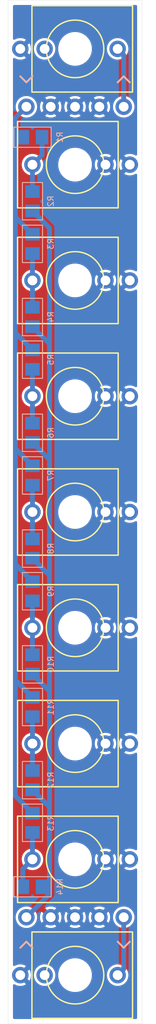
<source format=kicad_pcb>
(kicad_pcb (version 20171130) (host pcbnew "(5.1.2-1)-1")

  (general
    (thickness 1.6)
    (drawings 12)
    (tracks 62)
    (zones 0)
    (modules 25)
    (nets 13)
  )

  (page A4)
  (layers
    (0 F.Cu signal)
    (31 B.Cu signal)
    (32 B.Adhes user)
    (33 F.Adhes user)
    (34 B.Paste user)
    (35 F.Paste user)
    (36 B.SilkS user)
    (37 F.SilkS user)
    (38 B.Mask user)
    (39 F.Mask user)
    (40 Dwgs.User user)
    (41 Cmts.User user)
    (42 Eco1.User user)
    (43 Eco2.User user)
    (44 Edge.Cuts user)
    (45 Margin user)
    (46 B.CrtYd user)
    (47 F.CrtYd user)
    (48 B.Fab user)
    (49 F.Fab user)
  )

  (setup
    (last_trace_width 0.254)
    (user_trace_width 0.508)
    (trace_clearance 0.254)
    (zone_clearance 0.254)
    (zone_45_only yes)
    (trace_min 0.1524)
    (via_size 0.762)
    (via_drill 0.381)
    (via_min_size 0.6858)
    (via_min_drill 0.3302)
    (uvia_size 0.0508)
    (uvia_drill 0.0254)
    (uvias_allowed no)
    (uvia_min_size 0)
    (uvia_min_drill 0)
    (edge_width 0.0254)
    (segment_width 0.2)
    (pcb_text_width 0.3)
    (pcb_text_size 1.5 1.5)
    (mod_edge_width 0.15)
    (mod_text_size 1 1)
    (mod_text_width 0.15)
    (pad_size 1.524 1.524)
    (pad_drill 0.762)
    (pad_to_mask_clearance 0.1016)
    (aux_axis_origin 0 0)
    (visible_elements FFFFFFFF)
    (pcbplotparams
      (layerselection 0x010f0_80000001)
      (usegerberextensions true)
      (usegerberattributes false)
      (usegerberadvancedattributes false)
      (creategerberjobfile false)
      (excludeedgelayer true)
      (linewidth 0.100000)
      (plotframeref false)
      (viasonmask false)
      (mode 1)
      (useauxorigin false)
      (hpglpennumber 1)
      (hpglpenspeed 20)
      (hpglpendiameter 15.000000)
      (psnegative false)
      (psa4output false)
      (plotreference true)
      (plotvalue true)
      (plotinvisibletext false)
      (padsonsilk false)
      (subtractmaskfromsilk false)
      (outputformat 1)
      (mirror false)
      (drillshape 0)
      (scaleselection 1)
      (outputdirectory "gerbers"))
  )

  (net 0 "")
  (net 1 GND)
  (net 2 "Net-(J1-Pad3)")
  (net 3 "Net-(J2-Pad3)")
  (net 4 "Net-(J3-Pad3)")
  (net 5 "Net-(J4-Pad3)")
  (net 6 "Net-(J5-Pad3)")
  (net 7 "Net-(J6-Pad3)")
  (net 8 "Net-(J7-Pad3)")
  (net 9 "Net-(J8-Pad3)")
  (net 10 "Net-(J9-Pad3)")
  (net 11 "Net-(P1-Pad1)")
  (net 12 "Net-(P2-Pad1)")

  (net_class Default "This is the default net class."
    (clearance 0.254)
    (trace_width 0.254)
    (via_dia 0.762)
    (via_drill 0.381)
    (uvia_dia 0.0508)
    (uvia_drill 0.0254)
    (add_net GND)
    (add_net "Net-(J1-Pad3)")
    (add_net "Net-(J2-Pad3)")
    (add_net "Net-(J3-Pad3)")
    (add_net "Net-(J4-Pad3)")
    (add_net "Net-(J5-Pad3)")
    (add_net "Net-(J6-Pad3)")
    (add_net "Net-(J7-Pad3)")
    (add_net "Net-(J8-Pad3)")
    (add_net "Net-(J9-Pad3)")
    (add_net "Net-(P1-Pad1)")
    (add_net "Net-(P2-Pad1)")
  )

  (module nearness:Pin_1x5 (layer F.Cu) (tedit 59ACF3F7) (tstamp 5D42CCA1)
    (at 67.95 36.7725 90)
    (path /59A8C4A0)
    (fp_text reference P1 (at 0 -7.62 90) (layer F.SilkS) hide
      (effects (font (size 1 1) (thickness 0.15)))
    )
    (fp_text value CONN_01X05 (at 0 7.62 90) (layer F.Fab)
      (effects (font (size 1 1) (thickness 0.15)))
    )
    (pad 5 thru_hole circle (at 0 5.08 90) (size 1.7272 1.7272) (drill 1.016) (layers *.Cu *.Mask)
      (net 2 "Net-(J1-Pad3)"))
    (pad 4 thru_hole circle (at 0 2.54 90) (size 1.7272 1.7272) (drill 1.016) (layers *.Cu *.Mask)
      (net 1 GND))
    (pad 3 thru_hole circle (at 0 0 90) (size 1.7272 1.7272) (drill 1.016) (layers *.Cu *.Mask)
      (net 1 GND))
    (pad 2 thru_hole circle (at 0 -2.54 90) (size 1.7272 1.7272) (drill 1.016) (layers *.Cu *.Mask)
      (net 1 GND))
    (pad 1 thru_hole circle (at 0 -5.08 90) (size 1.7272 1.7272) (drill 1.016) (layers *.Cu *.Mask)
      (net 11 "Net-(P1-Pad1)"))
  )

  (module nearness:Pin_1x5 (layer F.Cu) (tedit 59ACF3FA) (tstamp 5D42D6AF)
    (at 67.95 121.2275 90)
    (path /59A8C638)
    (fp_text reference P2 (at 0 -7.62 90) (layer F.SilkS) hide
      (effects (font (size 1 1) (thickness 0.15)))
    )
    (fp_text value CONN_01X05 (at 0 7.62 90) (layer F.Fab)
      (effects (font (size 1 1) (thickness 0.15)))
    )
    (pad 5 thru_hole circle (at 0 5.08 90) (size 1.7272 1.7272) (drill 1.016) (layers *.Cu *.Mask)
      (net 10 "Net-(J9-Pad3)"))
    (pad 4 thru_hole circle (at 0 2.54 90) (size 1.7272 1.7272) (drill 1.016) (layers *.Cu *.Mask)
      (net 1 GND))
    (pad 3 thru_hole circle (at 0 0 90) (size 1.7272 1.7272) (drill 1.016) (layers *.Cu *.Mask)
      (net 1 GND))
    (pad 2 thru_hole circle (at 0 -2.54 90) (size 1.7272 1.7272) (drill 1.016) (layers *.Cu *.Mask)
      (net 1 GND))
    (pad 1 thru_hole circle (at 0 -5.08 90) (size 1.7272 1.7272) (drill 1.016) (layers *.Cu *.Mask)
      (net 12 "Net-(P2-Pad1)"))
  )

  (module nearness:0805 (layer B.Cu) (tedit 5A4878B8) (tstamp 5D42D639)
    (at 63.505 39.9475 180)
    (path /58FD7DBD)
    (fp_text reference R1 (at -2.8575 0 270) (layer B.SilkS)
      (effects (font (size 0.6 0.6) (thickness 0.1)) (justify mirror))
    )
    (fp_text value 100k (at 0 -1.905 180) (layer B.Fab)
      (effects (font (size 0.6 0.6) (thickness 0.1)) (justify mirror))
    )
    (fp_line (start -1 -0.625) (end -1 0.625) (layer B.Fab) (width 0.1))
    (fp_line (start 1 -0.625) (end -1 -0.625) (layer B.Fab) (width 0.1))
    (fp_line (start 1 0.625) (end 1 -0.625) (layer B.Fab) (width 0.1))
    (fp_line (start -1 0.625) (end 1 0.625) (layer B.Fab) (width 0.1))
    (fp_line (start -1.95 -1.05) (end -1.95 1.05) (layer B.SilkS) (width 0.1))
    (fp_line (start 1.95 -1.05) (end -1.95 -1.05) (layer B.SilkS) (width 0.1))
    (fp_line (start 1.95 1.05) (end 1.95 -1.05) (layer B.SilkS) (width 0.1))
    (fp_line (start -1.95 1.05) (end 1.95 1.05) (layer B.SilkS) (width 0.1))
    (pad 2 smd rect (at 1 0 180) (size 1.3 1.5) (layers B.Cu B.Paste B.Mask)
      (net 11 "Net-(P1-Pad1)"))
    (pad 1 smd rect (at -1 0 180) (size 1.3 1.5) (layers B.Cu B.Paste B.Mask)
      (net 3 "Net-(J2-Pad3)"))
  )

  (module nearness:0805 (layer B.Cu) (tedit 59AD355D) (tstamp 5D42D612)
    (at 63.505 46.615 270)
    (path /58FD7E0E)
    (fp_text reference R2 (at 0 -1.905 90) (layer B.SilkS)
      (effects (font (size 0.6 0.6) (thickness 0.1)) (justify mirror))
    )
    (fp_text value 1M67 (at 0 -1.905 270) (layer B.Fab)
      (effects (font (size 0.6 0.6) (thickness 0.1)) (justify mirror))
    )
    (fp_line (start -1 -0.625) (end -1 0.625) (layer B.Fab) (width 0.1))
    (fp_line (start 1 -0.625) (end -1 -0.625) (layer B.Fab) (width 0.1))
    (fp_line (start 1 0.625) (end 1 -0.625) (layer B.Fab) (width 0.1))
    (fp_line (start -1 0.625) (end 1 0.625) (layer B.Fab) (width 0.1))
    (fp_line (start -1.95 -1.05) (end -1.95 1.05) (layer B.SilkS) (width 0.1))
    (fp_line (start 1.95 -1.05) (end -1.95 -1.05) (layer B.SilkS) (width 0.1))
    (fp_line (start 1.95 1.05) (end 1.95 -1.05) (layer B.SilkS) (width 0.1))
    (fp_line (start -1.95 1.05) (end 1.95 1.05) (layer B.SilkS) (width 0.1))
    (pad 2 smd rect (at 1 0 270) (size 1.3 1.5) (layers B.Cu B.Paste B.Mask)
      (net 12 "Net-(P2-Pad1)"))
    (pad 1 smd rect (at -1 0 270) (size 1.3 1.5) (layers B.Cu B.Paste B.Mask)
      (net 3 "Net-(J2-Pad3)"))
  )

  (module nearness:0805 (layer B.Cu) (tedit 59AD3561) (tstamp 5D42D5EB)
    (at 63.505 51.06 90)
    (path /58FD7EF4)
    (fp_text reference R3 (at 0 1.905 90) (layer B.SilkS)
      (effects (font (size 0.6 0.6) (thickness 0.1)) (justify mirror))
    )
    (fp_text value 103k (at 0 -1.905 90) (layer B.Fab)
      (effects (font (size 0.6 0.6) (thickness 0.1)) (justify mirror))
    )
    (fp_line (start -1 -0.625) (end -1 0.625) (layer B.Fab) (width 0.1))
    (fp_line (start 1 -0.625) (end -1 -0.625) (layer B.Fab) (width 0.1))
    (fp_line (start 1 0.625) (end 1 -0.625) (layer B.Fab) (width 0.1))
    (fp_line (start -1 0.625) (end 1 0.625) (layer B.Fab) (width 0.1))
    (fp_line (start -1.95 -1.05) (end -1.95 1.05) (layer B.SilkS) (width 0.1))
    (fp_line (start 1.95 -1.05) (end -1.95 -1.05) (layer B.SilkS) (width 0.1))
    (fp_line (start 1.95 1.05) (end 1.95 -1.05) (layer B.SilkS) (width 0.1))
    (fp_line (start -1.95 1.05) (end 1.95 1.05) (layer B.SilkS) (width 0.1))
    (pad 2 smd rect (at 1 0 90) (size 1.3 1.5) (layers B.Cu B.Paste B.Mask)
      (net 11 "Net-(P1-Pad1)"))
    (pad 1 smd rect (at -1 0 90) (size 1.3 1.5) (layers B.Cu B.Paste B.Mask)
      (net 4 "Net-(J3-Pad3)"))
  )

  (module nearness:0805 (layer B.Cu) (tedit 59AD35CC) (tstamp 5D42D5C4)
    (at 63.505 58.68 270)
    (path /58FD7EFA)
    (fp_text reference R4 (at 0 -1.905 270) (layer B.SilkS)
      (effects (font (size 0.6 0.6) (thickness 0.1)) (justify mirror))
    )
    (fp_text value 439k (at 0 -1.905 270) (layer B.Fab)
      (effects (font (size 0.6 0.6) (thickness 0.1)) (justify mirror))
    )
    (fp_line (start -1 -0.625) (end -1 0.625) (layer B.Fab) (width 0.1))
    (fp_line (start 1 -0.625) (end -1 -0.625) (layer B.Fab) (width 0.1))
    (fp_line (start 1 0.625) (end 1 -0.625) (layer B.Fab) (width 0.1))
    (fp_line (start -1 0.625) (end 1 0.625) (layer B.Fab) (width 0.1))
    (fp_line (start -1.95 -1.05) (end -1.95 1.05) (layer B.SilkS) (width 0.1))
    (fp_line (start 1.95 -1.05) (end -1.95 -1.05) (layer B.SilkS) (width 0.1))
    (fp_line (start 1.95 1.05) (end 1.95 -1.05) (layer B.SilkS) (width 0.1))
    (fp_line (start -1.95 1.05) (end 1.95 1.05) (layer B.SilkS) (width 0.1))
    (pad 2 smd rect (at 1 0 270) (size 1.3 1.5) (layers B.Cu B.Paste B.Mask)
      (net 12 "Net-(P2-Pad1)"))
    (pad 1 smd rect (at -1 0 270) (size 1.3 1.5) (layers B.Cu B.Paste B.Mask)
      (net 4 "Net-(J3-Pad3)"))
  )

  (module nearness:0805 (layer B.Cu) (tedit 58FF14BD) (tstamp 5D42D59D)
    (at 63.505 63.125 90)
    (path /58FD7FD6)
    (fp_text reference R5 (at 0 1.905 90) (layer B.SilkS)
      (effects (font (size 0.6 0.6) (thickness 0.1)) (justify mirror))
    )
    (fp_text value 113k (at 0 -1.905 90) (layer B.Fab)
      (effects (font (size 0.6 0.6) (thickness 0.1)) (justify mirror))
    )
    (fp_line (start -1 -0.625) (end -1 0.625) (layer B.Fab) (width 0.1))
    (fp_line (start 1 -0.625) (end -1 -0.625) (layer B.Fab) (width 0.1))
    (fp_line (start 1 0.625) (end 1 -0.625) (layer B.Fab) (width 0.1))
    (fp_line (start -1 0.625) (end 1 0.625) (layer B.Fab) (width 0.1))
    (fp_line (start -1.95 -1.05) (end -1.95 1.05) (layer B.SilkS) (width 0.1))
    (fp_line (start 1.95 -1.05) (end -1.95 -1.05) (layer B.SilkS) (width 0.1))
    (fp_line (start 1.95 1.05) (end 1.95 -1.05) (layer B.SilkS) (width 0.1))
    (fp_line (start -1.95 1.05) (end 1.95 1.05) (layer B.SilkS) (width 0.1))
    (pad 2 smd rect (at 1 0 90) (size 1.3 1.5) (layers B.Cu B.Paste B.Mask)
      (net 11 "Net-(P1-Pad1)"))
    (pad 1 smd rect (at -1 0 90) (size 1.3 1.5) (layers B.Cu B.Paste B.Mask)
      (net 5 "Net-(J4-Pad3)"))
  )

  (module nearness:0805 (layer B.Cu) (tedit 59AD4203) (tstamp 5D42D576)
    (at 63.505 70.745 270)
    (path /58FD7FDC)
    (fp_text reference R6 (at 0 -1.905 270) (layer B.SilkS)
      (effects (font (size 0.6 0.6) (thickness 0.1)) (justify mirror))
    )
    (fp_text value 215k (at 0 -1.905 270) (layer B.Fab)
      (effects (font (size 0.6 0.6) (thickness 0.1)) (justify mirror))
    )
    (fp_line (start -1 -0.625) (end -1 0.625) (layer B.Fab) (width 0.1))
    (fp_line (start 1 -0.625) (end -1 -0.625) (layer B.Fab) (width 0.1))
    (fp_line (start 1 0.625) (end 1 -0.625) (layer B.Fab) (width 0.1))
    (fp_line (start -1 0.625) (end 1 0.625) (layer B.Fab) (width 0.1))
    (fp_line (start -1.95 -1.05) (end -1.95 1.05) (layer B.SilkS) (width 0.1))
    (fp_line (start 1.95 -1.05) (end -1.95 -1.05) (layer B.SilkS) (width 0.1))
    (fp_line (start 1.95 1.05) (end 1.95 -1.05) (layer B.SilkS) (width 0.1))
    (fp_line (start -1.95 1.05) (end 1.95 1.05) (layer B.SilkS) (width 0.1))
    (pad 2 smd rect (at 1 0 270) (size 1.3 1.5) (layers B.Cu B.Paste B.Mask)
      (net 12 "Net-(P2-Pad1)"))
    (pad 1 smd rect (at -1 0 270) (size 1.3 1.5) (layers B.Cu B.Paste B.Mask)
      (net 5 "Net-(J4-Pad3)"))
  )

  (module nearness:0805 (layer B.Cu) (tedit 58FF14BD) (tstamp 5D42D54F)
    (at 63.505 75.19 90)
    (path /58FD7FE2)
    (fp_text reference R7 (at 0 1.905 90) (layer B.SilkS)
      (effects (font (size 0.6 0.6) (thickness 0.1)) (justify mirror))
    )
    (fp_text value 141k (at 0 -1.905 90) (layer B.Fab)
      (effects (font (size 0.6 0.6) (thickness 0.1)) (justify mirror))
    )
    (fp_line (start -1 -0.625) (end -1 0.625) (layer B.Fab) (width 0.1))
    (fp_line (start 1 -0.625) (end -1 -0.625) (layer B.Fab) (width 0.1))
    (fp_line (start 1 0.625) (end 1 -0.625) (layer B.Fab) (width 0.1))
    (fp_line (start -1 0.625) (end 1 0.625) (layer B.Fab) (width 0.1))
    (fp_line (start -1.95 -1.05) (end -1.95 1.05) (layer B.SilkS) (width 0.1))
    (fp_line (start 1.95 -1.05) (end -1.95 -1.05) (layer B.SilkS) (width 0.1))
    (fp_line (start 1.95 1.05) (end 1.95 -1.05) (layer B.SilkS) (width 0.1))
    (fp_line (start -1.95 1.05) (end 1.95 1.05) (layer B.SilkS) (width 0.1))
    (pad 2 smd rect (at 1 0 90) (size 1.3 1.5) (layers B.Cu B.Paste B.Mask)
      (net 11 "Net-(P1-Pad1)"))
    (pad 1 smd rect (at -1 0 90) (size 1.3 1.5) (layers B.Cu B.Paste B.Mask)
      (net 6 "Net-(J5-Pad3)"))
  )

  (module nearness:0805 (layer B.Cu) (tedit 59AD35B1) (tstamp 5D42D528)
    (at 63.505 82.81 270)
    (path /58FD7FE8)
    (fp_text reference R8 (at 0 -1.905 270) (layer B.SilkS)
      (effects (font (size 0.6 0.6) (thickness 0.1)) (justify mirror))
    )
    (fp_text value 141k (at 0 -1.905 270) (layer B.Fab)
      (effects (font (size 0.6 0.6) (thickness 0.1)) (justify mirror))
    )
    (fp_line (start -1 -0.625) (end -1 0.625) (layer B.Fab) (width 0.1))
    (fp_line (start 1 -0.625) (end -1 -0.625) (layer B.Fab) (width 0.1))
    (fp_line (start 1 0.625) (end 1 -0.625) (layer B.Fab) (width 0.1))
    (fp_line (start -1 0.625) (end 1 0.625) (layer B.Fab) (width 0.1))
    (fp_line (start -1.95 -1.05) (end -1.95 1.05) (layer B.SilkS) (width 0.1))
    (fp_line (start 1.95 -1.05) (end -1.95 -1.05) (layer B.SilkS) (width 0.1))
    (fp_line (start 1.95 1.05) (end 1.95 -1.05) (layer B.SilkS) (width 0.1))
    (fp_line (start -1.95 1.05) (end 1.95 1.05) (layer B.SilkS) (width 0.1))
    (pad 2 smd rect (at 1 0 270) (size 1.3 1.5) (layers B.Cu B.Paste B.Mask)
      (net 12 "Net-(P2-Pad1)"))
    (pad 1 smd rect (at -1 0 270) (size 1.3 1.5) (layers B.Cu B.Paste B.Mask)
      (net 6 "Net-(J5-Pad3)"))
  )

  (module nearness:0805 (layer B.Cu) (tedit 58FF14BD) (tstamp 5D42D501)
    (at 63.505 87.255 90)
    (path /58FD817A)
    (fp_text reference R9 (at 0 1.905 90) (layer B.SilkS)
      (effects (font (size 0.6 0.6) (thickness 0.1)) (justify mirror))
    )
    (fp_text value 215k (at 0 -1.905 90) (layer B.Fab)
      (effects (font (size 0.6 0.6) (thickness 0.1)) (justify mirror))
    )
    (fp_line (start -1 -0.625) (end -1 0.625) (layer B.Fab) (width 0.1))
    (fp_line (start 1 -0.625) (end -1 -0.625) (layer B.Fab) (width 0.1))
    (fp_line (start 1 0.625) (end 1 -0.625) (layer B.Fab) (width 0.1))
    (fp_line (start -1 0.625) (end 1 0.625) (layer B.Fab) (width 0.1))
    (fp_line (start -1.95 -1.05) (end -1.95 1.05) (layer B.SilkS) (width 0.1))
    (fp_line (start 1.95 -1.05) (end -1.95 -1.05) (layer B.SilkS) (width 0.1))
    (fp_line (start 1.95 1.05) (end 1.95 -1.05) (layer B.SilkS) (width 0.1))
    (fp_line (start -1.95 1.05) (end 1.95 1.05) (layer B.SilkS) (width 0.1))
    (pad 2 smd rect (at 1 0 90) (size 1.3 1.5) (layers B.Cu B.Paste B.Mask)
      (net 11 "Net-(P1-Pad1)"))
    (pad 1 smd rect (at -1 0 90) (size 1.3 1.5) (layers B.Cu B.Paste B.Mask)
      (net 7 "Net-(J6-Pad3)"))
  )

  (module nearness:0805 (layer B.Cu) (tedit 59AD35B9) (tstamp 5D42D4DA)
    (at 63.505 94.875 270)
    (path /58FD8180)
    (fp_text reference R10 (at 0 -1.905 270) (layer B.SilkS)
      (effects (font (size 0.6 0.6) (thickness 0.1)) (justify mirror))
    )
    (fp_text value 113k (at 0 -1.905 270) (layer B.Fab)
      (effects (font (size 0.6 0.6) (thickness 0.1)) (justify mirror))
    )
    (fp_line (start -1 -0.625) (end -1 0.625) (layer B.Fab) (width 0.1))
    (fp_line (start 1 -0.625) (end -1 -0.625) (layer B.Fab) (width 0.1))
    (fp_line (start 1 0.625) (end 1 -0.625) (layer B.Fab) (width 0.1))
    (fp_line (start -1 0.625) (end 1 0.625) (layer B.Fab) (width 0.1))
    (fp_line (start -1.95 -1.05) (end -1.95 1.05) (layer B.SilkS) (width 0.1))
    (fp_line (start 1.95 -1.05) (end -1.95 -1.05) (layer B.SilkS) (width 0.1))
    (fp_line (start 1.95 1.05) (end 1.95 -1.05) (layer B.SilkS) (width 0.1))
    (fp_line (start -1.95 1.05) (end 1.95 1.05) (layer B.SilkS) (width 0.1))
    (pad 2 smd rect (at 1 0 270) (size 1.3 1.5) (layers B.Cu B.Paste B.Mask)
      (net 12 "Net-(P2-Pad1)"))
    (pad 1 smd rect (at -1 0 270) (size 1.3 1.5) (layers B.Cu B.Paste B.Mask)
      (net 7 "Net-(J6-Pad3)"))
  )

  (module nearness:0805 (layer B.Cu) (tedit 58FF14BD) (tstamp 5D42D4B3)
    (at 63.505 99.32 90)
    (path /58FD8186)
    (fp_text reference R11 (at 0 1.905 90) (layer B.SilkS)
      (effects (font (size 0.6 0.6) (thickness 0.1)) (justify mirror))
    )
    (fp_text value 439k (at 0 -1.905 90) (layer B.Fab)
      (effects (font (size 0.6 0.6) (thickness 0.1)) (justify mirror))
    )
    (fp_line (start -1 -0.625) (end -1 0.625) (layer B.Fab) (width 0.1))
    (fp_line (start 1 -0.625) (end -1 -0.625) (layer B.Fab) (width 0.1))
    (fp_line (start 1 0.625) (end 1 -0.625) (layer B.Fab) (width 0.1))
    (fp_line (start -1 0.625) (end 1 0.625) (layer B.Fab) (width 0.1))
    (fp_line (start -1.95 -1.05) (end -1.95 1.05) (layer B.SilkS) (width 0.1))
    (fp_line (start 1.95 -1.05) (end -1.95 -1.05) (layer B.SilkS) (width 0.1))
    (fp_line (start 1.95 1.05) (end 1.95 -1.05) (layer B.SilkS) (width 0.1))
    (fp_line (start -1.95 1.05) (end 1.95 1.05) (layer B.SilkS) (width 0.1))
    (pad 2 smd rect (at 1 0 90) (size 1.3 1.5) (layers B.Cu B.Paste B.Mask)
      (net 11 "Net-(P1-Pad1)"))
    (pad 1 smd rect (at -1 0 90) (size 1.3 1.5) (layers B.Cu B.Paste B.Mask)
      (net 8 "Net-(J7-Pad3)"))
  )

  (module nearness:0805 (layer B.Cu) (tedit 59AD35BE) (tstamp 5D42D48C)
    (at 63.505 106.94 270)
    (path /58FD818C)
    (fp_text reference R12 (at 0 -1.905 270) (layer B.SilkS)
      (effects (font (size 0.6 0.6) (thickness 0.1)) (justify mirror))
    )
    (fp_text value 103k (at 0 -1.905 270) (layer B.Fab)
      (effects (font (size 0.6 0.6) (thickness 0.1)) (justify mirror))
    )
    (fp_line (start -1 -0.625) (end -1 0.625) (layer B.Fab) (width 0.1))
    (fp_line (start 1 -0.625) (end -1 -0.625) (layer B.Fab) (width 0.1))
    (fp_line (start 1 0.625) (end 1 -0.625) (layer B.Fab) (width 0.1))
    (fp_line (start -1 0.625) (end 1 0.625) (layer B.Fab) (width 0.1))
    (fp_line (start -1.95 -1.05) (end -1.95 1.05) (layer B.SilkS) (width 0.1))
    (fp_line (start 1.95 -1.05) (end -1.95 -1.05) (layer B.SilkS) (width 0.1))
    (fp_line (start 1.95 1.05) (end 1.95 -1.05) (layer B.SilkS) (width 0.1))
    (fp_line (start -1.95 1.05) (end 1.95 1.05) (layer B.SilkS) (width 0.1))
    (pad 2 smd rect (at 1 0 270) (size 1.3 1.5) (layers B.Cu B.Paste B.Mask)
      (net 12 "Net-(P2-Pad1)"))
    (pad 1 smd rect (at -1 0 270) (size 1.3 1.5) (layers B.Cu B.Paste B.Mask)
      (net 8 "Net-(J7-Pad3)"))
  )

  (module nearness:0805 (layer B.Cu) (tedit 58FF14BD) (tstamp 5D42D465)
    (at 63.505 111.385 90)
    (path /58FD8192)
    (fp_text reference R13 (at 0 1.905 90) (layer B.SilkS)
      (effects (font (size 0.6 0.6) (thickness 0.1)) (justify mirror))
    )
    (fp_text value 1M67 (at 0 -1.905 90) (layer B.Fab)
      (effects (font (size 0.6 0.6) (thickness 0.1)) (justify mirror))
    )
    (fp_line (start -1 -0.625) (end -1 0.625) (layer B.Fab) (width 0.1))
    (fp_line (start 1 -0.625) (end -1 -0.625) (layer B.Fab) (width 0.1))
    (fp_line (start 1 0.625) (end 1 -0.625) (layer B.Fab) (width 0.1))
    (fp_line (start -1 0.625) (end 1 0.625) (layer B.Fab) (width 0.1))
    (fp_line (start -1.95 -1.05) (end -1.95 1.05) (layer B.SilkS) (width 0.1))
    (fp_line (start 1.95 -1.05) (end -1.95 -1.05) (layer B.SilkS) (width 0.1))
    (fp_line (start 1.95 1.05) (end 1.95 -1.05) (layer B.SilkS) (width 0.1))
    (fp_line (start -1.95 1.05) (end 1.95 1.05) (layer B.SilkS) (width 0.1))
    (pad 2 smd rect (at 1 0 90) (size 1.3 1.5) (layers B.Cu B.Paste B.Mask)
      (net 11 "Net-(P1-Pad1)"))
    (pad 1 smd rect (at -1 0 90) (size 1.3 1.5) (layers B.Cu B.Paste B.Mask)
      (net 9 "Net-(J8-Pad3)"))
  )

  (module nearness:0805 (layer B.Cu) (tedit 5A4878C4) (tstamp 5D42D43E)
    (at 63.505 118.0525)
    (path /58FD8198)
    (fp_text reference R14 (at 2.8575 0 90) (layer B.SilkS)
      (effects (font (size 0.6 0.6) (thickness 0.1)) (justify mirror))
    )
    (fp_text value 100k (at 0 -1.905) (layer B.Fab)
      (effects (font (size 0.6 0.6) (thickness 0.1)) (justify mirror))
    )
    (fp_line (start -1 -0.625) (end -1 0.625) (layer B.Fab) (width 0.1))
    (fp_line (start 1 -0.625) (end -1 -0.625) (layer B.Fab) (width 0.1))
    (fp_line (start 1 0.625) (end 1 -0.625) (layer B.Fab) (width 0.1))
    (fp_line (start -1 0.625) (end 1 0.625) (layer B.Fab) (width 0.1))
    (fp_line (start -1.95 -1.05) (end -1.95 1.05) (layer B.SilkS) (width 0.1))
    (fp_line (start 1.95 -1.05) (end -1.95 -1.05) (layer B.SilkS) (width 0.1))
    (fp_line (start 1.95 1.05) (end 1.95 -1.05) (layer B.SilkS) (width 0.1))
    (fp_line (start -1.95 1.05) (end 1.95 1.05) (layer B.SilkS) (width 0.1))
    (pad 2 smd rect (at 1 0) (size 1.3 1.5) (layers B.Cu B.Paste B.Mask)
      (net 12 "Net-(P2-Pad1)"))
    (pad 1 smd rect (at -1 0) (size 1.3 1.5) (layers B.Cu B.Paste B.Mask)
      (net 9 "Net-(J8-Pad3)"))
  )

  (module nearness:PJ301M12 (layer F.Cu) (tedit 59AD1DF4) (tstamp 5D42D2BA)
    (at 67.95 127.26 270)
    (path /58FD8B0F)
    (fp_text reference J9 (at 0 8.255 270) (layer F.SilkS) hide
      (effects (font (size 1 1) (thickness 0.15)))
    )
    (fp_text value PJ301M12 (at 0 -6.985 270) (layer F.Fab)
      (effects (font (size 1 1) (thickness 0.15)))
    )
    (fp_circle (center 0 0) (end 3 0) (layer F.SilkS) (width 0.15))
    (fp_line (start -4.5 4.5) (end -4.5 -6) (layer F.SilkS) (width 0.15))
    (fp_line (start 4.5 4.5) (end -4.5 4.5) (layer F.SilkS) (width 0.15))
    (fp_line (start 4.5 -6) (end 4.5 4.5) (layer F.SilkS) (width 0.15))
    (fp_line (start -4.5 -6) (end 4.5 -6) (layer F.SilkS) (width 0.15))
    (pad "" np_thru_hole circle (at 0 0 270) (size 3 3) (drill 3) (layers *.Cu *.Mask))
    (pad 3 thru_hole circle (at 0 -4.445 270) (size 1.7272 1.7272) (drill 1.016) (layers *.Cu *.Mask)
      (net 10 "Net-(J9-Pad3)"))
    (pad 2 thru_hole circle (at 0 3.175 270) (size 1.7272 1.7272) (drill 1.016) (layers *.Cu *.Mask))
    (pad 1 thru_hole circle (at 0 5.715 270) (size 1.7272 1.7272) (drill 1.016) (layers *.Cu *.Mask)
      (net 1 GND))
  )

  (module nearness:PJ301M12 (layer F.Cu) (tedit 59AD1DF2) (tstamp 5D42D296)
    (at 67.95 115.195 90)
    (path /58FD7B60)
    (fp_text reference J8 (at 0 8.255 90) (layer F.SilkS) hide
      (effects (font (size 1 1) (thickness 0.15)))
    )
    (fp_text value PJ301M12 (at 0 -6.985 90) (layer F.Fab)
      (effects (font (size 1 1) (thickness 0.15)))
    )
    (fp_circle (center 0 0) (end 3 0) (layer F.SilkS) (width 0.15))
    (fp_line (start -4.5 4.5) (end -4.5 -6) (layer F.SilkS) (width 0.15))
    (fp_line (start 4.5 4.5) (end -4.5 4.5) (layer F.SilkS) (width 0.15))
    (fp_line (start 4.5 -6) (end 4.5 4.5) (layer F.SilkS) (width 0.15))
    (fp_line (start -4.5 -6) (end 4.5 -6) (layer F.SilkS) (width 0.15))
    (pad "" np_thru_hole circle (at 0 0 90) (size 3 3) (drill 3) (layers *.Cu *.Mask))
    (pad 3 thru_hole circle (at 0 -4.445 90) (size 1.7272 1.7272) (drill 1.016) (layers *.Cu *.Mask)
      (net 9 "Net-(J8-Pad3)"))
    (pad 2 thru_hole circle (at 0 3.175 90) (size 1.7272 1.7272) (drill 1.016) (layers *.Cu *.Mask)
      (net 1 GND))
    (pad 1 thru_hole circle (at 0 5.715 90) (size 1.7272 1.7272) (drill 1.016) (layers *.Cu *.Mask)
      (net 1 GND))
  )

  (module nearness:PJ301M12 (layer F.Cu) (tedit 59AD1DEF) (tstamp 5D42D272)
    (at 67.95 103.13 90)
    (path /58FD7B37)
    (fp_text reference J7 (at 0 8.255 90) (layer F.SilkS) hide
      (effects (font (size 1 1) (thickness 0.15)))
    )
    (fp_text value PJ301M12 (at 0 -6.985 90) (layer F.Fab)
      (effects (font (size 1 1) (thickness 0.15)))
    )
    (fp_circle (center 0 0) (end 3 0) (layer F.SilkS) (width 0.15))
    (fp_line (start -4.5 4.5) (end -4.5 -6) (layer F.SilkS) (width 0.15))
    (fp_line (start 4.5 4.5) (end -4.5 4.5) (layer F.SilkS) (width 0.15))
    (fp_line (start 4.5 -6) (end 4.5 4.5) (layer F.SilkS) (width 0.15))
    (fp_line (start -4.5 -6) (end 4.5 -6) (layer F.SilkS) (width 0.15))
    (pad "" np_thru_hole circle (at 0 0 90) (size 3 3) (drill 3) (layers *.Cu *.Mask))
    (pad 3 thru_hole circle (at 0 -4.445 90) (size 1.7272 1.7272) (drill 1.016) (layers *.Cu *.Mask)
      (net 8 "Net-(J7-Pad3)"))
    (pad 2 thru_hole circle (at 0 3.175 90) (size 1.7272 1.7272) (drill 1.016) (layers *.Cu *.Mask)
      (net 1 GND))
    (pad 1 thru_hole circle (at 0 5.715 90) (size 1.7272 1.7272) (drill 1.016) (layers *.Cu *.Mask)
      (net 1 GND))
  )

  (module nearness:PJ301M12 (layer F.Cu) (tedit 59AD1DEC) (tstamp 5D42D24E)
    (at 67.95 91.065 90)
    (path /58FD7B16)
    (fp_text reference J6 (at 0 8.255 90) (layer F.SilkS) hide
      (effects (font (size 1 1) (thickness 0.15)))
    )
    (fp_text value PJ301M12 (at 0 -6.985 90) (layer F.Fab)
      (effects (font (size 1 1) (thickness 0.15)))
    )
    (fp_circle (center 0 0) (end 3 0) (layer F.SilkS) (width 0.15))
    (fp_line (start -4.5 4.5) (end -4.5 -6) (layer F.SilkS) (width 0.15))
    (fp_line (start 4.5 4.5) (end -4.5 4.5) (layer F.SilkS) (width 0.15))
    (fp_line (start 4.5 -6) (end 4.5 4.5) (layer F.SilkS) (width 0.15))
    (fp_line (start -4.5 -6) (end 4.5 -6) (layer F.SilkS) (width 0.15))
    (pad "" np_thru_hole circle (at 0 0 90) (size 3 3) (drill 3) (layers *.Cu *.Mask))
    (pad 3 thru_hole circle (at 0 -4.445 90) (size 1.7272 1.7272) (drill 1.016) (layers *.Cu *.Mask)
      (net 7 "Net-(J6-Pad3)"))
    (pad 2 thru_hole circle (at 0 3.175 90) (size 1.7272 1.7272) (drill 1.016) (layers *.Cu *.Mask)
      (net 1 GND))
    (pad 1 thru_hole circle (at 0 5.715 90) (size 1.7272 1.7272) (drill 1.016) (layers *.Cu *.Mask)
      (net 1 GND))
  )

  (module nearness:PJ301M12 (layer F.Cu) (tedit 59AD1DE9) (tstamp 5D42D22A)
    (at 67.95 79 90)
    (path /58FD7AF2)
    (fp_text reference J5 (at 0 8.255 90) (layer F.SilkS) hide
      (effects (font (size 1 1) (thickness 0.15)))
    )
    (fp_text value PJ301M12 (at 0 -6.985 90) (layer F.Fab)
      (effects (font (size 1 1) (thickness 0.15)))
    )
    (fp_circle (center 0 0) (end 3 0) (layer F.SilkS) (width 0.15))
    (fp_line (start -4.5 4.5) (end -4.5 -6) (layer F.SilkS) (width 0.15))
    (fp_line (start 4.5 4.5) (end -4.5 4.5) (layer F.SilkS) (width 0.15))
    (fp_line (start 4.5 -6) (end 4.5 4.5) (layer F.SilkS) (width 0.15))
    (fp_line (start -4.5 -6) (end 4.5 -6) (layer F.SilkS) (width 0.15))
    (pad "" np_thru_hole circle (at 0 0 90) (size 3 3) (drill 3) (layers *.Cu *.Mask))
    (pad 3 thru_hole circle (at 0 -4.445 90) (size 1.7272 1.7272) (drill 1.016) (layers *.Cu *.Mask)
      (net 6 "Net-(J5-Pad3)"))
    (pad 2 thru_hole circle (at 0 3.175 90) (size 1.7272 1.7272) (drill 1.016) (layers *.Cu *.Mask)
      (net 1 GND))
    (pad 1 thru_hole circle (at 0 5.715 90) (size 1.7272 1.7272) (drill 1.016) (layers *.Cu *.Mask)
      (net 1 GND))
  )

  (module nearness:PJ301M12 (layer F.Cu) (tedit 59AD1DE6) (tstamp 5D42D206)
    (at 67.95 66.935 90)
    (path /58FD7AD1)
    (fp_text reference J4 (at 0 8.255 90) (layer F.SilkS) hide
      (effects (font (size 1 1) (thickness 0.15)))
    )
    (fp_text value PJ301M12 (at 0 -6.985 90) (layer F.Fab)
      (effects (font (size 1 1) (thickness 0.15)))
    )
    (fp_circle (center 0 0) (end 3 0) (layer F.SilkS) (width 0.15))
    (fp_line (start -4.5 4.5) (end -4.5 -6) (layer F.SilkS) (width 0.15))
    (fp_line (start 4.5 4.5) (end -4.5 4.5) (layer F.SilkS) (width 0.15))
    (fp_line (start 4.5 -6) (end 4.5 4.5) (layer F.SilkS) (width 0.15))
    (fp_line (start -4.5 -6) (end 4.5 -6) (layer F.SilkS) (width 0.15))
    (pad "" np_thru_hole circle (at 0 0 90) (size 3 3) (drill 3) (layers *.Cu *.Mask))
    (pad 3 thru_hole circle (at 0 -4.445 90) (size 1.7272 1.7272) (drill 1.016) (layers *.Cu *.Mask)
      (net 5 "Net-(J4-Pad3)"))
    (pad 2 thru_hole circle (at 0 3.175 90) (size 1.7272 1.7272) (drill 1.016) (layers *.Cu *.Mask)
      (net 1 GND))
    (pad 1 thru_hole circle (at 0 5.715 90) (size 1.7272 1.7272) (drill 1.016) (layers *.Cu *.Mask)
      (net 1 GND))
  )

  (module nearness:PJ301M12 (layer F.Cu) (tedit 59AD1DE3) (tstamp 5D42D1E2)
    (at 67.95 54.87 90)
    (path /58FD7AB3)
    (fp_text reference J3 (at 0 8.255 90) (layer F.SilkS) hide
      (effects (font (size 1 1) (thickness 0.15)))
    )
    (fp_text value PJ301M12 (at 0 -6.985 90) (layer F.Fab)
      (effects (font (size 1 1) (thickness 0.15)))
    )
    (fp_circle (center 0 0) (end 3 0) (layer F.SilkS) (width 0.15))
    (fp_line (start -4.5 4.5) (end -4.5 -6) (layer F.SilkS) (width 0.15))
    (fp_line (start 4.5 4.5) (end -4.5 4.5) (layer F.SilkS) (width 0.15))
    (fp_line (start 4.5 -6) (end 4.5 4.5) (layer F.SilkS) (width 0.15))
    (fp_line (start -4.5 -6) (end 4.5 -6) (layer F.SilkS) (width 0.15))
    (pad "" np_thru_hole circle (at 0 0 90) (size 3 3) (drill 3) (layers *.Cu *.Mask))
    (pad 3 thru_hole circle (at 0 -4.445 90) (size 1.7272 1.7272) (drill 1.016) (layers *.Cu *.Mask)
      (net 4 "Net-(J3-Pad3)"))
    (pad 2 thru_hole circle (at 0 3.175 90) (size 1.7272 1.7272) (drill 1.016) (layers *.Cu *.Mask)
      (net 1 GND))
    (pad 1 thru_hole circle (at 0 5.715 90) (size 1.7272 1.7272) (drill 1.016) (layers *.Cu *.Mask)
      (net 1 GND))
  )

  (module nearness:PJ301M12 (layer F.Cu) (tedit 59AD1DE0) (tstamp 5D42D1BE)
    (at 67.95 42.805 90)
    (path /58FD7A91)
    (fp_text reference J2 (at 0 8.255 90) (layer F.SilkS) hide
      (effects (font (size 1 1) (thickness 0.15)))
    )
    (fp_text value PJ301M12 (at 0 -6.985 90) (layer F.Fab)
      (effects (font (size 1 1) (thickness 0.15)))
    )
    (fp_circle (center 0 0) (end 3 0) (layer F.SilkS) (width 0.15))
    (fp_line (start -4.5 4.5) (end -4.5 -6) (layer F.SilkS) (width 0.15))
    (fp_line (start 4.5 4.5) (end -4.5 4.5) (layer F.SilkS) (width 0.15))
    (fp_line (start 4.5 -6) (end 4.5 4.5) (layer F.SilkS) (width 0.15))
    (fp_line (start -4.5 -6) (end 4.5 -6) (layer F.SilkS) (width 0.15))
    (pad "" np_thru_hole circle (at 0 0 90) (size 3 3) (drill 3) (layers *.Cu *.Mask))
    (pad 3 thru_hole circle (at 0 -4.445 90) (size 1.7272 1.7272) (drill 1.016) (layers *.Cu *.Mask)
      (net 3 "Net-(J2-Pad3)"))
    (pad 2 thru_hole circle (at 0 3.175 90) (size 1.7272 1.7272) (drill 1.016) (layers *.Cu *.Mask)
      (net 1 GND))
    (pad 1 thru_hole circle (at 0 5.715 90) (size 1.7272 1.7272) (drill 1.016) (layers *.Cu *.Mask)
      (net 1 GND))
  )

  (module nearness:PJ301M12 (layer F.Cu) (tedit 59AD1DDD) (tstamp 5D42D19A)
    (at 67.95 30.74 270)
    (path /58FD8A9D)
    (fp_text reference J1 (at 0 8.255 270) (layer F.SilkS) hide
      (effects (font (size 1 1) (thickness 0.15)))
    )
    (fp_text value PJ301M12 (at 0 -6.985 270) (layer F.Fab)
      (effects (font (size 1 1) (thickness 0.15)))
    )
    (fp_circle (center 0 0) (end 3 0) (layer F.SilkS) (width 0.15))
    (fp_line (start -4.5 4.5) (end -4.5 -6) (layer F.SilkS) (width 0.15))
    (fp_line (start 4.5 4.5) (end -4.5 4.5) (layer F.SilkS) (width 0.15))
    (fp_line (start 4.5 -6) (end 4.5 4.5) (layer F.SilkS) (width 0.15))
    (fp_line (start -4.5 -6) (end 4.5 -6) (layer F.SilkS) (width 0.15))
    (pad "" np_thru_hole circle (at 0 0 270) (size 3 3) (drill 3) (layers *.Cu *.Mask))
    (pad 3 thru_hole circle (at 0 -4.445 270) (size 1.7272 1.7272) (drill 1.016) (layers *.Cu *.Mask)
      (net 2 "Net-(J1-Pad3)"))
    (pad 2 thru_hole circle (at 0 3.175 270) (size 1.7272 1.7272) (drill 1.016) (layers *.Cu *.Mask))
    (pad 1 thru_hole circle (at 0 5.715 270) (size 1.7272 1.7272) (drill 1.016) (layers *.Cu *.Mask)
      (net 1 GND))
  )

  (gr_line (start 73.03 124.4025) (end 73.665 123.7675) (angle 90) (layer B.SilkS) (width 0.2) (tstamp 5D42D0E7))
  (gr_line (start 72.395 123.7675) (end 73.03 124.4025) (angle 90) (layer B.SilkS) (width 0.2) (tstamp 5D42D0E4))
  (gr_line (start 62.87 123.7675) (end 63.505 124.4025) (angle 90) (layer B.SilkS) (width 0.2) (tstamp 5D42D0E1))
  (gr_line (start 62.235 124.4025) (end 62.87 123.7675) (angle 90) (layer B.SilkS) (width 0.2) (tstamp 5D42D0DE))
  (gr_line (start 73.03 33.5975) (end 73.665 34.2325) (angle 90) (layer B.SilkS) (width 0.2) (tstamp 5D42D0DB))
  (gr_line (start 72.395 34.2325) (end 73.03 33.5975) (angle 90) (layer B.SilkS) (width 0.2) (tstamp 5D42D0D8))
  (gr_line (start 62.87 34.2325) (end 63.505 33.5975) (angle 90) (layer B.SilkS) (width 0.2) (tstamp 5D42D0D5))
  (gr_line (start 62.235 33.5975) (end 62.87 34.2325) (angle 90) (layer B.SilkS) (width 0.2) (tstamp 5D42D0D2))
  (gr_line (start 60.965 132.34) (end 60.965 25.66) (angle 90) (layer Edge.Cuts) (width 0.0254) (tstamp 5D42D0C3))
  (gr_line (start 74.935 132.34) (end 60.965 132.34) (angle 90) (layer Edge.Cuts) (width 0.0254) (tstamp 5D42D0C0))
  (gr_line (start 74.935 25.66) (end 74.935 132.34) (angle 90) (layer Edge.Cuts) (width 0.0254) (tstamp 5D42D0BD))
  (gr_line (start 60.965 25.66) (end 74.935 25.66) (angle 90) (layer Edge.Cuts) (width 0.0254) (tstamp 5D42D0BA))

  (segment (start 73.03 36.7725) (end 73.03 31.375) (width 0.508) (layer B.Cu) (net 2) (tstamp 5D42CFD0))
  (segment (start 73.03 31.375) (end 72.395 30.74) (width 0.508) (layer B.Cu) (net 2) (tstamp 5D42CFCD))
  (segment (start 64.505 39.9475) (end 64.505 41.805) (width 0.508) (layer B.Cu) (net 3) (tstamp 5D42CFCA))
  (segment (start 64.505 41.805) (end 63.505 42.805) (width 0.508) (layer B.Cu) (net 3) (tstamp 5D42CFC7))
  (segment (start 63.505 42.805) (end 63.505 45.615) (width 0.508) (layer B.Cu) (net 3) (tstamp 5D42CFC4))
  (segment (start 63.505 52.06) (end 63.505 54.87) (width 0.508) (layer B.Cu) (net 4) (tstamp 5D42CFC1))
  (segment (start 63.505 54.87) (end 63.505 57.68) (width 0.508) (layer B.Cu) (net 4) (tstamp 5D42CFBE))
  (segment (start 63.505 64.125) (end 63.505 66.935) (width 0.508) (layer B.Cu) (net 5) (tstamp 5D42CFBB))
  (segment (start 63.505 66.935) (end 63.505 69.745) (width 0.508) (layer B.Cu) (net 5) (tstamp 5D42CFB8))
  (segment (start 63.505 76.19) (end 63.505 79) (width 0.508) (layer B.Cu) (net 6) (tstamp 5D42CFB5))
  (segment (start 63.505 79) (end 63.505 81.81) (width 0.508) (layer B.Cu) (net 6) (tstamp 5D42CFB2))
  (segment (start 63.505 88.255) (end 63.505 91.065) (width 0.508) (layer B.Cu) (net 7) (tstamp 5D42CFAF))
  (segment (start 63.505 91.065) (end 63.505 93.875) (width 0.508) (layer B.Cu) (net 7) (tstamp 5D42CFAC))
  (segment (start 63.505 100.32) (end 63.505 103.13) (width 0.508) (layer B.Cu) (net 8) (tstamp 5D42CFA9))
  (segment (start 63.505 103.13) (end 63.505 105.94) (width 0.508) (layer B.Cu) (net 8) (tstamp 5D42CFA6))
  (segment (start 62.505 118.0525) (end 62.505 116.195) (width 0.508) (layer B.Cu) (net 9) (tstamp 5D42CFA3))
  (segment (start 62.505 116.195) (end 63.505 115.195) (width 0.508) (layer B.Cu) (net 9) (tstamp 5D42CFA0))
  (segment (start 63.505 115.195) (end 63.505 112.385) (width 0.508) (layer B.Cu) (net 9) (tstamp 5D42CF9D))
  (segment (start 73.03 121.2275) (end 73.03 126.625) (width 0.508) (layer B.Cu) (net 10) (tstamp 5D42CF9A))
  (segment (start 73.03 126.625) (end 72.395 127.26) (width 0.508) (layer B.Cu) (net 10) (tstamp 5D42CF97))
  (segment (start 63.505 98.32) (end 63.505 98.304) (width 0.508) (layer B.Cu) (net 11) (tstamp 5D42CF94))
  (segment (start 63.505 98.304) (end 61.727 96.526) (width 0.508) (layer B.Cu) (net 11) (tstamp 5D42CF91))
  (segment (start 63.505 86.255) (end 63.505 86.239) (width 0.508) (layer B.Cu) (net 11) (tstamp 5D42CF8E))
  (segment (start 63.505 86.239) (end 61.727 84.461) (width 0.508) (layer B.Cu) (net 11) (tstamp 5D42CF8B))
  (segment (start 63.505 74.19) (end 63.505 74.174) (width 0.508) (layer B.Cu) (net 11) (tstamp 5D42CF88))
  (segment (start 63.505 74.174) (end 61.727 72.396) (width 0.508) (layer B.Cu) (net 11) (tstamp 5D42CF85))
  (segment (start 63.505 62.125) (end 63.505 62.109) (width 0.508) (layer B.Cu) (net 11) (tstamp 5D42CF82))
  (segment (start 63.505 62.109) (end 61.727 60.331) (width 0.508) (layer B.Cu) (net 11) (tstamp 5D42CF7F))
  (segment (start 63.505 50.06) (end 63.505 50.044) (width 0.508) (layer B.Cu) (net 11) (tstamp 5D42CF7C))
  (segment (start 63.505 50.044) (end 61.727 48.266) (width 0.508) (layer B.Cu) (net 11) (tstamp 5D42CF79))
  (segment (start 62.505 39.9475) (end 61.727 39.9475) (width 0.508) (layer B.Cu) (net 11) (tstamp 5D42CF76))
  (segment (start 63.505 110.385) (end 63.505 110.369) (width 0.508) (layer B.Cu) (net 11) (tstamp 5D42CF73))
  (segment (start 63.505 110.369) (end 61.727 108.591) (width 0.508) (layer B.Cu) (net 11) (tstamp 5D42CF70))
  (segment (start 61.727 108.591) (end 61.727 96.526) (width 0.508) (layer B.Cu) (net 11) (tstamp 5D42CF6D))
  (segment (start 61.727 96.526) (end 61.727 84.461) (width 0.508) (layer B.Cu) (net 11) (tstamp 5D42CF6A))
  (segment (start 61.727 84.461) (end 61.727 72.396) (width 0.508) (layer B.Cu) (net 11) (tstamp 5D42CF67))
  (segment (start 61.727 72.396) (end 61.727 60.331) (width 0.508) (layer B.Cu) (net 11) (tstamp 5D42CF64))
  (segment (start 61.727 60.331) (end 61.727 48.266) (width 0.508) (layer B.Cu) (net 11) (tstamp 5D42CF61))
  (segment (start 61.727 48.266) (end 61.727 39.9475) (width 0.508) (layer B.Cu) (net 11) (tstamp 5D42CF5E))
  (segment (start 61.727 39.9475) (end 61.727 37.9155) (width 0.508) (layer B.Cu) (net 11) (tstamp 5D42CF5B))
  (segment (start 61.727 37.9155) (end 62.87 36.7725) (width 0.508) (layer B.Cu) (net 11) (tstamp 5D42CF58))
  (segment (start 63.505 95.875) (end 63.505 95.891) (width 0.508) (layer B.Cu) (net 12) (tstamp 5D42CF55))
  (segment (start 63.505 95.891) (end 65.283 97.669) (width 0.508) (layer B.Cu) (net 12) (tstamp 5D42CF52))
  (segment (start 63.505 107.94) (end 63.505 107.956) (width 0.508) (layer B.Cu) (net 12) (tstamp 5D42CF4F))
  (segment (start 63.505 107.956) (end 65.283 109.734) (width 0.508) (layer B.Cu) (net 12) (tstamp 5D42CF4C))
  (segment (start 63.505 83.81) (end 63.505 83.826) (width 0.508) (layer B.Cu) (net 12) (tstamp 5D42CF49))
  (segment (start 63.505 83.826) (end 65.283 85.604) (width 0.508) (layer B.Cu) (net 12) (tstamp 5D42CF46))
  (segment (start 63.505 71.745) (end 63.505 71.761) (width 0.508) (layer B.Cu) (net 12) (tstamp 5D42CF43))
  (segment (start 63.505 71.761) (end 65.283 73.539) (width 0.508) (layer B.Cu) (net 12) (tstamp 5D42CF40))
  (segment (start 63.505 59.68) (end 63.505 59.696) (width 0.508) (layer B.Cu) (net 12) (tstamp 5D42CF3D))
  (segment (start 63.505 59.696) (end 65.283 61.474) (width 0.508) (layer B.Cu) (net 12) (tstamp 5D42CF3A))
  (segment (start 64.505 118.0525) (end 65.283 118.0525) (width 0.508) (layer B.Cu) (net 12) (tstamp 5D42CF37))
  (segment (start 63.505 47.615) (end 63.505 47.631) (width 0.508) (layer B.Cu) (net 12) (tstamp 5D42CF34))
  (segment (start 63.505 47.631) (end 65.283 49.409) (width 0.508) (layer B.Cu) (net 12) (tstamp 5D42CF31))
  (segment (start 65.283 49.409) (end 65.283 61.474) (width 0.508) (layer B.Cu) (net 12) (tstamp 5D42CF2E))
  (segment (start 65.283 61.474) (end 65.283 73.539) (width 0.508) (layer B.Cu) (net 12) (tstamp 5D42CF2B))
  (segment (start 65.283 73.539) (end 65.283 85.604) (width 0.508) (layer B.Cu) (net 12) (tstamp 5D42CF28))
  (segment (start 65.283 85.604) (end 65.283 97.669) (width 0.508) (layer B.Cu) (net 12) (tstamp 5D42CF25))
  (segment (start 65.283 97.669) (end 65.283 109.734) (width 0.508) (layer B.Cu) (net 12) (tstamp 5D42CF22))
  (segment (start 65.283 109.734) (end 65.283 118.0525) (width 0.508) (layer B.Cu) (net 12) (tstamp 5D42CF1F))
  (segment (start 65.283 118.0525) (end 65.283 118.8145) (width 0.508) (layer B.Cu) (net 12) (tstamp 5D42CF1C))
  (segment (start 65.283 118.8145) (end 62.87 121.2275) (width 0.508) (layer B.Cu) (net 12) (tstamp 5D42CF19))

  (zone (net 1) (net_name GND) (layer B.Cu) (tstamp 58FF298F) (hatch edge 0.508)
    (connect_pads (clearance 0.254))
    (min_thickness 0.254)
    (fill yes (arc_segments 32) (thermal_gap 0.254) (thermal_bridge_width 0.508))
    (polygon
      (pts
        (xy 61.473 26.168) (xy 74.427 26.168) (xy 74.427 131.832) (xy 61.473 131.832)
      )
    )
    (filled_polygon
      (pts
        (xy 74.3 41.736156) (xy 74.293552 41.723808) (xy 74.070544 41.621958) (xy 73.831952 41.565572) (xy 73.586944 41.556817)
        (xy 73.344935 41.596028) (xy 73.115226 41.6817) (xy 73.036448 41.723808) (xy 72.942782 41.903177) (xy 73.665 42.625395)
        (xy 73.679143 42.611252) (xy 73.858748 42.790857) (xy 73.844605 42.805) (xy 73.858748 42.819142) (xy 73.679143 42.998747)
        (xy 73.665 42.984605) (xy 72.942782 43.706823) (xy 73.036448 43.886192) (xy 73.259456 43.988042) (xy 73.498048 44.044428)
        (xy 73.743056 44.053183) (xy 73.985065 44.013972) (xy 74.214774 43.9283) (xy 74.293552 43.886192) (xy 74.3 43.873844)
        (xy 74.3 53.801156) (xy 74.293552 53.788808) (xy 74.070544 53.686958) (xy 73.831952 53.630572) (xy 73.586944 53.621817)
        (xy 73.344935 53.661028) (xy 73.115226 53.7467) (xy 73.036448 53.788808) (xy 72.942782 53.968177) (xy 73.665 54.690395)
        (xy 73.679143 54.676252) (xy 73.858748 54.855857) (xy 73.844605 54.87) (xy 73.858748 54.884142) (xy 73.679143 55.063747)
        (xy 73.665 55.049605) (xy 72.942782 55.771823) (xy 73.036448 55.951192) (xy 73.259456 56.053042) (xy 73.498048 56.109428)
        (xy 73.743056 56.118183) (xy 73.985065 56.078972) (xy 74.214774 55.9933) (xy 74.293552 55.951192) (xy 74.3 55.938844)
        (xy 74.3 65.866156) (xy 74.293552 65.853808) (xy 74.070544 65.751958) (xy 73.831952 65.695572) (xy 73.586944 65.686817)
        (xy 73.344935 65.726028) (xy 73.115226 65.8117) (xy 73.036448 65.853808) (xy 72.942782 66.033177) (xy 73.665 66.755395)
        (xy 73.679143 66.741252) (xy 73.858748 66.920857) (xy 73.844605 66.935) (xy 73.858748 66.949142) (xy 73.679143 67.128747)
        (xy 73.665 67.114605) (xy 72.942782 67.836823) (xy 73.036448 68.016192) (xy 73.259456 68.118042) (xy 73.498048 68.174428)
        (xy 73.743056 68.183183) (xy 73.985065 68.143972) (xy 74.214774 68.0583) (xy 74.293552 68.016192) (xy 74.3 68.003844)
        (xy 74.3 77.931156) (xy 74.293552 77.918808) (xy 74.070544 77.816958) (xy 73.831952 77.760572) (xy 73.586944 77.751817)
        (xy 73.344935 77.791028) (xy 73.115226 77.8767) (xy 73.036448 77.918808) (xy 72.942782 78.098177) (xy 73.665 78.820395)
        (xy 73.679143 78.806252) (xy 73.858748 78.985857) (xy 73.844605 79) (xy 73.858748 79.014143) (xy 73.679143 79.193748)
        (xy 73.665 79.179605) (xy 72.942782 79.901823) (xy 73.036448 80.081192) (xy 73.259456 80.183042) (xy 73.498048 80.239428)
        (xy 73.743056 80.248183) (xy 73.985065 80.208972) (xy 74.214774 80.1233) (xy 74.293552 80.081192) (xy 74.3 80.068844)
        (xy 74.3 89.996156) (xy 74.293552 89.983808) (xy 74.070544 89.881958) (xy 73.831952 89.825572) (xy 73.586944 89.816817)
        (xy 73.344935 89.856028) (xy 73.115226 89.9417) (xy 73.036448 89.983808) (xy 72.942782 90.163177) (xy 73.665 90.885395)
        (xy 73.679143 90.871253) (xy 73.858748 91.050858) (xy 73.844605 91.065) (xy 73.858748 91.079143) (xy 73.679143 91.258748)
        (xy 73.665 91.244605) (xy 72.942782 91.966823) (xy 73.036448 92.146192) (xy 73.259456 92.248042) (xy 73.498048 92.304428)
        (xy 73.743056 92.313183) (xy 73.985065 92.273972) (xy 74.214774 92.1883) (xy 74.293552 92.146192) (xy 74.3 92.133844)
        (xy 74.3 102.061156) (xy 74.293552 102.048808) (xy 74.070544 101.946958) (xy 73.831952 101.890572) (xy 73.586944 101.881817)
        (xy 73.344935 101.921028) (xy 73.115226 102.0067) (xy 73.036448 102.048808) (xy 72.942782 102.228177) (xy 73.665 102.950395)
        (xy 73.679143 102.936253) (xy 73.858748 103.115858) (xy 73.844605 103.13) (xy 73.858748 103.144143) (xy 73.679143 103.323748)
        (xy 73.665 103.309605) (xy 72.942782 104.031823) (xy 73.036448 104.211192) (xy 73.259456 104.313042) (xy 73.498048 104.369428)
        (xy 73.743056 104.378183) (xy 73.985065 104.338972) (xy 74.214774 104.2533) (xy 74.293552 104.211192) (xy 74.3 104.198844)
        (xy 74.3 114.126156) (xy 74.293552 114.113808) (xy 74.070544 114.011958) (xy 73.831952 113.955572) (xy 73.586944 113.946817)
        (xy 73.344935 113.986028) (xy 73.115226 114.0717) (xy 73.036448 114.113808) (xy 72.942782 114.293177) (xy 73.665 115.015395)
        (xy 73.679143 115.001253) (xy 73.858748 115.180858) (xy 73.844605 115.195) (xy 73.858748 115.209143) (xy 73.679143 115.388748)
        (xy 73.665 115.374605) (xy 72.942782 116.096823) (xy 73.036448 116.276192) (xy 73.259456 116.378042) (xy 73.498048 116.434428)
        (xy 73.743056 116.443183) (xy 73.985065 116.403972) (xy 74.214774 116.3183) (xy 74.293552 116.276192) (xy 74.3 116.263844)
        (xy 74.3 131.705) (xy 61.6 131.705) (xy 61.6 128.328844) (xy 61.606448 128.341192) (xy 61.829456 128.443042)
        (xy 62.068048 128.499428) (xy 62.313056 128.508183) (xy 62.555065 128.468972) (xy 62.784774 128.3833) (xy 62.863552 128.341192)
        (xy 62.957218 128.161823) (xy 62.235 127.439605) (xy 62.220857 127.453748) (xy 62.041252 127.274143) (xy 62.055395 127.26)
        (xy 62.414605 127.26) (xy 63.136823 127.982218) (xy 63.316192 127.888552) (xy 63.418042 127.665544) (xy 63.474428 127.426952)
        (xy 63.483183 127.181944) (xy 63.475969 127.137418) (xy 63.5304 127.137418) (xy 63.5304 127.382582) (xy 63.578229 127.623036)
        (xy 63.67205 127.849539) (xy 63.808256 128.053386) (xy 63.981614 128.226744) (xy 64.185461 128.36295) (xy 64.411964 128.456771)
        (xy 64.652418 128.5046) (xy 64.897582 128.5046) (xy 65.138036 128.456771) (xy 65.364539 128.36295) (xy 65.568386 128.226744)
        (xy 65.741744 128.053386) (xy 65.87795 127.849539) (xy 65.971771 127.623036) (xy 66.0196 127.382582) (xy 66.0196 127.137418)
        (xy 66.007133 127.074738) (xy 66.069 127.074738) (xy 66.069 127.445262) (xy 66.141286 127.808667) (xy 66.28308 128.150987)
        (xy 66.488932 128.459067) (xy 66.750933 128.721068) (xy 67.059013 128.92692) (xy 67.401333 129.068714) (xy 67.764738 129.141)
        (xy 68.135262 129.141) (xy 68.498667 129.068714) (xy 68.840987 128.92692) (xy 69.149067 128.721068) (xy 69.411068 128.459067)
        (xy 69.61692 128.150987) (xy 69.758714 127.808667) (xy 69.831 127.445262) (xy 69.831 127.137418) (xy 71.1504 127.137418)
        (xy 71.1504 127.382582) (xy 71.198229 127.623036) (xy 71.29205 127.849539) (xy 71.428256 128.053386) (xy 71.601614 128.226744)
        (xy 71.805461 128.36295) (xy 72.031964 128.456771) (xy 72.272418 128.5046) (xy 72.517582 128.5046) (xy 72.758036 128.456771)
        (xy 72.984539 128.36295) (xy 73.188386 128.226744) (xy 73.361744 128.053386) (xy 73.49795 127.849539) (xy 73.591771 127.623036)
        (xy 73.6396 127.382582) (xy 73.6396 127.137418) (xy 73.595264 126.914526) (xy 73.619502 126.86918) (xy 73.623968 126.854456)
        (xy 73.655812 126.749482) (xy 73.665 126.656192) (xy 73.665 126.656189) (xy 73.668072 126.625) (xy 73.665 126.593811)
        (xy 73.665 122.300074) (xy 73.823386 122.194244) (xy 73.996744 122.020886) (xy 74.13295 121.817039) (xy 74.226771 121.590536)
        (xy 74.2746 121.350082) (xy 74.2746 121.104918) (xy 74.226771 120.864464) (xy 74.13295 120.637961) (xy 73.996744 120.434114)
        (xy 73.823386 120.260756) (xy 73.619539 120.12455) (xy 73.393036 120.030729) (xy 73.152582 119.9829) (xy 72.907418 119.9829)
        (xy 72.666964 120.030729) (xy 72.440461 120.12455) (xy 72.236614 120.260756) (xy 72.063256 120.434114) (xy 71.92705 120.637961)
        (xy 71.833229 120.864464) (xy 71.7854 121.104918) (xy 71.7854 121.350082) (xy 71.833229 121.590536) (xy 71.92705 121.817039)
        (xy 72.063256 122.020886) (xy 72.236614 122.194244) (xy 72.395 122.300074) (xy 72.395001 126.0154) (xy 72.272418 126.0154)
        (xy 72.031964 126.063229) (xy 71.805461 126.15705) (xy 71.601614 126.293256) (xy 71.428256 126.466614) (xy 71.29205 126.670461)
        (xy 71.198229 126.896964) (xy 71.1504 127.137418) (xy 69.831 127.137418) (xy 69.831 127.074738) (xy 69.758714 126.711333)
        (xy 69.61692 126.369013) (xy 69.411068 126.060933) (xy 69.149067 125.798932) (xy 68.840987 125.59308) (xy 68.498667 125.451286)
        (xy 68.135262 125.379) (xy 67.764738 125.379) (xy 67.401333 125.451286) (xy 67.059013 125.59308) (xy 66.750933 125.798932)
        (xy 66.488932 126.060933) (xy 66.28308 126.369013) (xy 66.141286 126.711333) (xy 66.069 127.074738) (xy 66.007133 127.074738)
        (xy 65.971771 126.896964) (xy 65.87795 126.670461) (xy 65.741744 126.466614) (xy 65.568386 126.293256) (xy 65.364539 126.15705)
        (xy 65.138036 126.063229) (xy 64.897582 126.0154) (xy 64.652418 126.0154) (xy 64.411964 126.063229) (xy 64.185461 126.15705)
        (xy 63.981614 126.293256) (xy 63.808256 126.466614) (xy 63.67205 126.670461) (xy 63.578229 126.896964) (xy 63.5304 127.137418)
        (xy 63.475969 127.137418) (xy 63.443972 126.939935) (xy 63.3583 126.710226) (xy 63.316192 126.631448) (xy 63.136823 126.537782)
        (xy 62.414605 127.26) (xy 62.055395 127.26) (xy 62.041252 127.245858) (xy 62.220857 127.066253) (xy 62.235 127.080395)
        (xy 62.957218 126.358177) (xy 62.863552 126.178808) (xy 62.640544 126.076958) (xy 62.401952 126.020572) (xy 62.156944 126.011817)
        (xy 61.914935 126.051028) (xy 61.685226 126.1367) (xy 61.606448 126.178808) (xy 61.6 126.191156) (xy 61.6 119.086105)
        (xy 61.642304 119.120822) (xy 61.708492 119.156201) (xy 61.780311 119.177987) (xy 61.855 119.185343) (xy 63.155 119.185343)
        (xy 63.229689 119.177987) (xy 63.301508 119.156201) (xy 63.367696 119.120822) (xy 63.425711 119.073211) (xy 63.473322 119.015196)
        (xy 63.505 118.955932) (xy 63.536678 119.015196) (xy 63.584289 119.073211) (xy 63.642304 119.120822) (xy 63.708492 119.156201)
        (xy 63.780311 119.177987) (xy 63.855 119.185343) (xy 64.014132 119.185343) (xy 63.179413 120.020063) (xy 62.992582 119.9829)
        (xy 62.747418 119.9829) (xy 62.506964 120.030729) (xy 62.280461 120.12455) (xy 62.076614 120.260756) (xy 61.903256 120.434114)
        (xy 61.76705 120.637961) (xy 61.673229 120.864464) (xy 61.6254 121.104918) (xy 61.6254 121.350082) (xy 61.673229 121.590536)
        (xy 61.76705 121.817039) (xy 61.903256 122.020886) (xy 62.076614 122.194244) (xy 62.280461 122.33045) (xy 62.506964 122.424271)
        (xy 62.747418 122.4721) (xy 62.992582 122.4721) (xy 63.233036 122.424271) (xy 63.459539 122.33045) (xy 63.663386 122.194244)
        (xy 63.728307 122.129323) (xy 64.687782 122.129323) (xy 64.781448 122.308692) (xy 65.004456 122.410542) (xy 65.243048 122.466928)
        (xy 65.488056 122.475683) (xy 65.730065 122.436472) (xy 65.959774 122.3508) (xy 66.038552 122.308692) (xy 66.132218 122.129323)
        (xy 67.227782 122.129323) (xy 67.321448 122.308692) (xy 67.544456 122.410542) (xy 67.783048 122.466928) (xy 68.028056 122.475683)
        (xy 68.270065 122.436472) (xy 68.499774 122.3508) (xy 68.578552 122.308692) (xy 68.672218 122.129323) (xy 69.767782 122.129323)
        (xy 69.861448 122.308692) (xy 70.084456 122.410542) (xy 70.323048 122.466928) (xy 70.568056 122.475683) (xy 70.810065 122.436472)
        (xy 71.039774 122.3508) (xy 71.118552 122.308692) (xy 71.212218 122.129323) (xy 70.49 121.407105) (xy 69.767782 122.129323)
        (xy 68.672218 122.129323) (xy 67.95 121.407105) (xy 67.227782 122.129323) (xy 66.132218 122.129323) (xy 65.41 121.407105)
        (xy 64.687782 122.129323) (xy 63.728307 122.129323) (xy 63.836744 122.020886) (xy 63.97295 121.817039) (xy 64.066771 121.590536)
        (xy 64.1146 121.350082) (xy 64.1146 121.104918) (xy 64.077437 120.918087) (xy 64.271839 120.723685) (xy 64.226958 120.821956)
        (xy 64.170572 121.060548) (xy 64.161817 121.305556) (xy 64.201028 121.547565) (xy 64.2867 121.777274) (xy 64.328808 121.856052)
        (xy 64.508177 121.949718) (xy 65.230395 121.2275) (xy 65.589605 121.2275) (xy 66.311823 121.949718) (xy 66.491192 121.856052)
        (xy 66.593042 121.633044) (xy 66.649428 121.394452) (xy 66.652604 121.305556) (xy 66.701817 121.305556) (xy 66.741028 121.547565)
        (xy 66.8267 121.777274) (xy 66.868808 121.856052) (xy 67.048177 121.949718) (xy 67.770395 121.2275) (xy 68.129605 121.2275)
        (xy 68.851823 121.949718) (xy 69.031192 121.856052) (xy 69.133042 121.633044) (xy 69.189428 121.394452) (xy 69.192604 121.305556)
        (xy 69.241817 121.305556) (xy 69.281028 121.547565) (xy 69.3667 121.777274) (xy 69.408808 121.856052) (xy 69.588177 121.949718)
        (xy 70.310395 121.2275) (xy 70.669605 121.2275) (xy 71.391823 121.949718) (xy 71.571192 121.856052) (xy 71.673042 121.633044)
        (xy 71.729428 121.394452) (xy 71.738183 121.149444) (xy 71.698972 120.907435) (xy 71.6133 120.677726) (xy 71.571192 120.598948)
        (xy 71.391823 120.505282) (xy 70.669605 121.2275) (xy 70.310395 121.2275) (xy 69.588177 120.505282) (xy 69.408808 120.598948)
        (xy 69.306958 120.821956) (xy 69.250572 121.060548) (xy 69.241817 121.305556) (xy 69.192604 121.305556) (xy 69.198183 121.149444)
        (xy 69.158972 120.907435) (xy 69.0733 120.677726) (xy 69.031192 120.598948) (xy 68.851823 120.505282) (xy 68.129605 121.2275)
        (xy 67.770395 121.2275) (xy 67.048177 120.505282) (xy 66.868808 120.598948) (xy 66.766958 120.821956) (xy 66.710572 121.060548)
        (xy 66.701817 121.305556) (xy 66.652604 121.305556) (xy 66.658183 121.149444) (xy 66.618972 120.907435) (xy 66.5333 120.677726)
        (xy 66.491192 120.598948) (xy 66.311823 120.505282) (xy 65.589605 121.2275) (xy 65.230395 121.2275) (xy 65.216252 121.213358)
        (xy 65.395857 121.033753) (xy 65.41 121.047895) (xy 66.132218 120.325677) (xy 67.227782 120.325677) (xy 67.95 121.047895)
        (xy 68.672218 120.325677) (xy 69.767782 120.325677) (xy 70.49 121.047895) (xy 71.212218 120.325677) (xy 71.118552 120.146308)
        (xy 70.895544 120.044458) (xy 70.656952 119.988072) (xy 70.411944 119.979317) (xy 70.169935 120.018528) (xy 69.940226 120.1042)
        (xy 69.861448 120.146308) (xy 69.767782 120.325677) (xy 68.672218 120.325677) (xy 68.578552 120.146308) (xy 68.355544 120.044458)
        (xy 68.116952 119.988072) (xy 67.871944 119.979317) (xy 67.629935 120.018528) (xy 67.400226 120.1042) (xy 67.321448 120.146308)
        (xy 67.227782 120.325677) (xy 66.132218 120.325677) (xy 66.038552 120.146308) (xy 65.815544 120.044458) (xy 65.576952 119.988072)
        (xy 65.331944 119.979317) (xy 65.089935 120.018528) (xy 64.909822 120.085703) (xy 65.709955 119.28557) (xy 65.734185 119.265685)
        (xy 65.806157 119.177987) (xy 65.813537 119.168995) (xy 65.839286 119.120822) (xy 65.872502 119.05868) (xy 65.908812 118.938982)
        (xy 65.918 118.845692) (xy 65.918 118.845682) (xy 65.921071 118.814501) (xy 65.918 118.78332) (xy 65.918 118.083691)
        (xy 65.921072 118.0525) (xy 65.918 118.021308) (xy 65.918 115.009738) (xy 66.069 115.009738) (xy 66.069 115.380262)
        (xy 66.141286 115.743667) (xy 66.28308 116.085987) (xy 66.488932 116.394067) (xy 66.750933 116.656068) (xy 67.059013 116.86192)
        (xy 67.401333 117.003714) (xy 67.764738 117.076) (xy 68.135262 117.076) (xy 68.498667 117.003714) (xy 68.840987 116.86192)
        (xy 69.149067 116.656068) (xy 69.411068 116.394067) (xy 69.609679 116.096823) (xy 70.402782 116.096823) (xy 70.496448 116.276192)
        (xy 70.719456 116.378042) (xy 70.958048 116.434428) (xy 71.203056 116.443183) (xy 71.445065 116.403972) (xy 71.674774 116.3183)
        (xy 71.753552 116.276192) (xy 71.847218 116.096823) (xy 71.125 115.374605) (xy 70.402782 116.096823) (xy 69.609679 116.096823)
        (xy 69.61692 116.085987) (xy 69.758714 115.743667) (xy 69.831 115.380262) (xy 69.831 115.273056) (xy 69.876817 115.273056)
        (xy 69.916028 115.515065) (xy 70.0017 115.744774) (xy 70.043808 115.823552) (xy 70.223177 115.917218) (xy 70.945395 115.195)
        (xy 71.304605 115.195) (xy 72.026823 115.917218) (xy 72.206192 115.823552) (xy 72.308042 115.600544) (xy 72.364428 115.361952)
        (xy 72.367604 115.273056) (xy 72.416817 115.273056) (xy 72.456028 115.515065) (xy 72.5417 115.744774) (xy 72.583808 115.823552)
        (xy 72.763177 115.917218) (xy 73.485395 115.195) (xy 72.763177 114.472782) (xy 72.583808 114.566448) (xy 72.481958 114.789456)
        (xy 72.425572 115.028048) (xy 72.416817 115.273056) (xy 72.367604 115.273056) (xy 72.373183 115.116944) (xy 72.333972 114.874935)
        (xy 72.2483 114.645226) (xy 72.206192 114.566448) (xy 72.026823 114.472782) (xy 71.304605 115.195) (xy 70.945395 115.195)
        (xy 70.223177 114.472782) (xy 70.043808 114.566448) (xy 69.941958 114.789456) (xy 69.885572 115.028048) (xy 69.876817 115.273056)
        (xy 69.831 115.273056) (xy 69.831 115.009738) (xy 69.758714 114.646333) (xy 69.61692 114.304013) (xy 69.60968 114.293177)
        (xy 70.402782 114.293177) (xy 71.125 115.015395) (xy 71.847218 114.293177) (xy 71.753552 114.113808) (xy 71.530544 114.011958)
        (xy 71.291952 113.955572) (xy 71.046944 113.946817) (xy 70.804935 113.986028) (xy 70.575226 114.0717) (xy 70.496448 114.113808)
        (xy 70.402782 114.293177) (xy 69.60968 114.293177) (xy 69.411068 113.995933) (xy 69.149067 113.733932) (xy 68.840987 113.52808)
        (xy 68.498667 113.386286) (xy 68.135262 113.314) (xy 67.764738 113.314) (xy 67.401333 113.386286) (xy 67.059013 113.52808)
        (xy 66.750933 113.733932) (xy 66.488932 113.995933) (xy 66.28308 114.304013) (xy 66.141286 114.646333) (xy 66.069 115.009738)
        (xy 65.918 115.009738) (xy 65.918 109.765189) (xy 65.921072 109.734) (xy 65.918 109.702808) (xy 65.918 102.944738)
        (xy 66.069 102.944738) (xy 66.069 103.315262) (xy 66.141286 103.678667) (xy 66.28308 104.020987) (xy 66.488932 104.329067)
        (xy 66.750933 104.591068) (xy 67.059013 104.79692) (xy 67.401333 104.938714) (xy 67.764738 105.011) (xy 68.135262 105.011)
        (xy 68.498667 104.938714) (xy 68.840987 104.79692) (xy 69.149067 104.591068) (xy 69.411068 104.329067) (xy 69.609679 104.031823)
        (xy 70.402782 104.031823) (xy 70.496448 104.211192) (xy 70.719456 104.313042) (xy 70.958048 104.369428) (xy 71.203056 104.378183)
        (xy 71.445065 104.338972) (xy 71.674774 104.2533) (xy 71.753552 104.211192) (xy 71.847218 104.031823) (xy 71.125 103.309605)
        (xy 70.402782 104.031823) (xy 69.609679 104.031823) (xy 69.61692 104.020987) (xy 69.758714 103.678667) (xy 69.831 103.315262)
        (xy 69.831 103.208056) (xy 69.876817 103.208056) (xy 69.916028 103.450065) (xy 70.0017 103.679774) (xy 70.043808 103.758552)
        (xy 70.223177 103.852218) (xy 70.945395 103.13) (xy 71.304605 103.13) (xy 72.026823 103.852218) (xy 72.206192 103.758552)
        (xy 72.308042 103.535544) (xy 72.364428 103.296952) (xy 72.367604 103.208056) (xy 72.416817 103.208056) (xy 72.456028 103.450065)
        (xy 72.5417 103.679774) (xy 72.583808 103.758552) (xy 72.763177 103.852218) (xy 73.485395 103.13) (xy 72.763177 102.407782)
        (xy 72.583808 102.501448) (xy 72.481958 102.724456) (xy 72.425572 102.963048) (xy 72.416817 103.208056) (xy 72.367604 103.208056)
        (xy 72.373183 103.051944) (xy 72.333972 102.809935) (xy 72.2483 102.580226) (xy 72.206192 102.501448) (xy 72.026823 102.407782)
        (xy 71.304605 103.13) (xy 70.945395 103.13) (xy 70.223177 102.407782) (xy 70.043808 102.501448) (xy 69.941958 102.724456)
        (xy 69.885572 102.963048) (xy 69.876817 103.208056) (xy 69.831 103.208056) (xy 69.831 102.944738) (xy 69.758714 102.581333)
        (xy 69.61692 102.239013) (xy 69.60968 102.228177) (xy 70.402782 102.228177) (xy 71.125 102.950395) (xy 71.847218 102.228177)
        (xy 71.753552 102.048808) (xy 71.530544 101.946958) (xy 71.291952 101.890572) (xy 71.046944 101.881817) (xy 70.804935 101.921028)
        (xy 70.575226 102.0067) (xy 70.496448 102.048808) (xy 70.402782 102.228177) (xy 69.60968 102.228177) (xy 69.411068 101.930933)
        (xy 69.149067 101.668932) (xy 68.840987 101.46308) (xy 68.498667 101.321286) (xy 68.135262 101.249) (xy 67.764738 101.249)
        (xy 67.401333 101.321286) (xy 67.059013 101.46308) (xy 66.750933 101.668932) (xy 66.488932 101.930933) (xy 66.28308 102.239013)
        (xy 66.141286 102.581333) (xy 66.069 102.944738) (xy 65.918 102.944738) (xy 65.918 97.700189) (xy 65.921072 97.669)
        (xy 65.918 97.637808) (xy 65.918 90.879738) (xy 66.069 90.879738) (xy 66.069 91.250262) (xy 66.141286 91.613667)
        (xy 66.28308 91.955987) (xy 66.488932 92.264067) (xy 66.750933 92.526068) (xy 67.059013 92.73192) (xy 67.401333 92.873714)
        (xy 67.764738 92.946) (xy 68.135262 92.946) (xy 68.498667 92.873714) (xy 68.840987 92.73192) (xy 69.149067 92.526068)
        (xy 69.411068 92.264067) (xy 69.609679 91.966823) (xy 70.402782 91.966823) (xy 70.496448 92.146192) (xy 70.719456 92.248042)
        (xy 70.958048 92.304428) (xy 71.203056 92.313183) (xy 71.445065 92.273972) (xy 71.674774 92.1883) (xy 71.753552 92.146192)
        (xy 71.847218 91.966823) (xy 71.125 91.244605) (xy 70.402782 91.966823) (xy 69.609679 91.966823) (xy 69.61692 91.955987)
        (xy 69.758714 91.613667) (xy 69.831 91.250262) (xy 69.831 91.143056) (xy 69.876817 91.143056) (xy 69.916028 91.385065)
        (xy 70.0017 91.614774) (xy 70.043808 91.693552) (xy 70.223177 91.787218) (xy 70.945395 91.065) (xy 71.304605 91.065)
        (xy 72.026823 91.787218) (xy 72.206192 91.693552) (xy 72.308042 91.470544) (xy 72.364428 91.231952) (xy 72.367604 91.143056)
        (xy 72.416817 91.143056) (xy 72.456028 91.385065) (xy 72.5417 91.614774) (xy 72.583808 91.693552) (xy 72.763177 91.787218)
        (xy 73.485395 91.065) (xy 72.763177 90.342782) (xy 72.583808 90.436448) (xy 72.481958 90.659456) (xy 72.425572 90.898048)
        (xy 72.416817 91.143056) (xy 72.367604 91.143056) (xy 72.373183 90.986944) (xy 72.333972 90.744935) (xy 72.2483 90.515226)
        (xy 72.206192 90.436448) (xy 72.026823 90.342782) (xy 71.304605 91.065) (xy 70.945395 91.065) (xy 70.223177 90.342782)
        (xy 70.043808 90.436448) (xy 69.941958 90.659456) (xy 69.885572 90.898048) (xy 69.876817 91.143056) (xy 69.831 91.143056)
        (xy 69.831 90.879738) (xy 69.758714 90.516333) (xy 69.61692 90.174013) (xy 69.60968 90.163177) (xy 70.402782 90.163177)
        (xy 71.125 90.885395) (xy 71.847218 90.163177) (xy 71.753552 89.983808) (xy 71.530544 89.881958) (xy 71.291952 89.825572)
        (xy 71.046944 89.816817) (xy 70.804935 89.856028) (xy 70.575226 89.9417) (xy 70.496448 89.983808) (xy 70.402782 90.163177)
        (xy 69.60968 90.163177) (xy 69.411068 89.865933) (xy 69.149067 89.603932) (xy 68.840987 89.39808) (xy 68.498667 89.256286)
        (xy 68.135262 89.184) (xy 67.764738 89.184) (xy 67.401333 89.256286) (xy 67.059013 89.39808) (xy 66.750933 89.603932)
        (xy 66.488932 89.865933) (xy 66.28308 90.174013) (xy 66.141286 90.516333) (xy 66.069 90.879738) (xy 65.918 90.879738)
        (xy 65.918 85.635189) (xy 65.921072 85.604) (xy 65.918 85.572808) (xy 65.918 78.814738) (xy 66.069 78.814738)
        (xy 66.069 79.185262) (xy 66.141286 79.548667) (xy 66.28308 79.890987) (xy 66.488932 80.199067) (xy 66.750933 80.461068)
        (xy 67.059013 80.66692) (xy 67.401333 80.808714) (xy 67.764738 80.881) (xy 68.135262 80.881) (xy 68.498667 80.808714)
        (xy 68.840987 80.66692) (xy 69.149067 80.461068) (xy 69.411068 80.199067) (xy 69.609679 79.901823) (xy 70.402782 79.901823)
        (xy 70.496448 80.081192) (xy 70.719456 80.183042) (xy 70.958048 80.239428) (xy 71.203056 80.248183) (xy 71.445065 80.208972)
        (xy 71.674774 80.1233) (xy 71.753552 80.081192) (xy 71.847218 79.901823) (xy 71.125 79.179605) (xy 70.402782 79.901823)
        (xy 69.609679 79.901823) (xy 69.61692 79.890987) (xy 69.758714 79.548667) (xy 69.831 79.185262) (xy 69.831 79.078056)
        (xy 69.876817 79.078056) (xy 69.916028 79.320065) (xy 70.0017 79.549774) (xy 70.043808 79.628552) (xy 70.223177 79.722218)
        (xy 70.945395 79) (xy 71.304605 79) (xy 72.026823 79.722218) (xy 72.206192 79.628552) (xy 72.308042 79.405544)
        (xy 72.364428 79.166952) (xy 72.367604 79.078056) (xy 72.416817 79.078056) (xy 72.456028 79.320065) (xy 72.5417 79.549774)
        (xy 72.583808 79.628552) (xy 72.763177 79.722218) (xy 73.485395 79) (xy 72.763177 78.277782) (xy 72.583808 78.371448)
        (xy 72.481958 78.594456) (xy 72.425572 78.833048) (xy 72.416817 79.078056) (xy 72.367604 79.078056) (xy 72.373183 78.921944)
        (xy 72.333972 78.679935) (xy 72.2483 78.450226) (xy 72.206192 78.371448) (xy 72.026823 78.277782) (xy 71.304605 79)
        (xy 70.945395 79) (xy 70.223177 78.277782) (xy 70.043808 78.371448) (xy 69.941958 78.594456) (xy 69.885572 78.833048)
        (xy 69.876817 79.078056) (xy 69.831 79.078056) (xy 69.831 78.814738) (xy 69.758714 78.451333) (xy 69.61692 78.109013)
        (xy 69.60968 78.098177) (xy 70.402782 78.098177) (xy 71.125 78.820395) (xy 71.847218 78.098177) (xy 71.753552 77.918808)
        (xy 71.530544 77.816958) (xy 71.291952 77.760572) (xy 71.046944 77.751817) (xy 70.804935 77.791028) (xy 70.575226 77.8767)
        (xy 70.496448 77.918808) (xy 70.402782 78.098177) (xy 69.60968 78.098177) (xy 69.411068 77.800933) (xy 69.149067 77.538932)
        (xy 68.840987 77.33308) (xy 68.498667 77.191286) (xy 68.135262 77.119) (xy 67.764738 77.119) (xy 67.401333 77.191286)
        (xy 67.059013 77.33308) (xy 66.750933 77.538932) (xy 66.488932 77.800933) (xy 66.28308 78.109013) (xy 66.141286 78.451333)
        (xy 66.069 78.814738) (xy 65.918 78.814738) (xy 65.918 73.570189) (xy 65.921072 73.539) (xy 65.918 73.507808)
        (xy 65.918 66.749738) (xy 66.069 66.749738) (xy 66.069 67.120262) (xy 66.141286 67.483667) (xy 66.28308 67.825987)
        (xy 66.488932 68.134067) (xy 66.750933 68.396068) (xy 67.059013 68.60192) (xy 67.401333 68.743714) (xy 67.764738 68.816)
        (xy 68.135262 68.816) (xy 68.498667 68.743714) (xy 68.840987 68.60192) (xy 69.149067 68.396068) (xy 69.411068 68.134067)
        (xy 69.609679 67.836823) (xy 70.402782 67.836823) (xy 70.496448 68.016192) (xy 70.719456 68.118042) (xy 70.958048 68.174428)
        (xy 71.203056 68.183183) (xy 71.445065 68.143972) (xy 71.674774 68.0583) (xy 71.753552 68.016192) (xy 71.847218 67.836823)
        (xy 71.125 67.114605) (xy 70.402782 67.836823) (xy 69.609679 67.836823) (xy 69.61692 67.825987) (xy 69.758714 67.483667)
        (xy 69.831 67.120262) (xy 69.831 67.013056) (xy 69.876817 67.013056) (xy 69.916028 67.255065) (xy 70.0017 67.484774)
        (xy 70.043808 67.563552) (xy 70.223177 67.657218) (xy 70.945395 66.935) (xy 71.304605 66.935) (xy 72.026823 67.657218)
        (xy 72.206192 67.563552) (xy 72.308042 67.340544) (xy 72.364428 67.101952) (xy 72.367604 67.013056) (xy 72.416817 67.013056)
        (xy 72.456028 67.255065) (xy 72.5417 67.484774) (xy 72.583808 67.563552) (xy 72.763177 67.657218) (xy 73.485395 66.935)
        (xy 72.763177 66.212782) (xy 72.583808 66.306448) (xy 72.481958 66.529456) (xy 72.425572 66.768048) (xy 72.416817 67.013056)
        (xy 72.367604 67.013056) (xy 72.373183 66.856944) (xy 72.333972 66.614935) (xy 72.2483 66.385226) (xy 72.206192 66.306448)
        (xy 72.026823 66.212782) (xy 71.304605 66.935) (xy 70.945395 66.935) (xy 70.223177 66.212782) (xy 70.043808 66.306448)
        (xy 69.941958 66.529456) (xy 69.885572 66.768048) (xy 69.876817 67.013056) (xy 69.831 67.013056) (xy 69.831 66.749738)
        (xy 69.758714 66.386333) (xy 69.61692 66.044013) (xy 69.60968 66.033177) (xy 70.402782 66.033177) (xy 71.125 66.755395)
        (xy 71.847218 66.033177) (xy 71.753552 65.853808) (xy 71.530544 65.751958) (xy 71.291952 65.695572) (xy 71.046944 65.686817)
        (xy 70.804935 65.726028) (xy 70.575226 65.8117) (xy 70.496448 65.853808) (xy 70.402782 66.033177) (xy 69.60968 66.033177)
        (xy 69.411068 65.735933) (xy 69.149067 65.473932) (xy 68.840987 65.26808) (xy 68.498667 65.126286) (xy 68.135262 65.054)
        (xy 67.764738 65.054) (xy 67.401333 65.126286) (xy 67.059013 65.26808) (xy 66.750933 65.473932) (xy 66.488932 65.735933)
        (xy 66.28308 66.044013) (xy 66.141286 66.386333) (xy 66.069 66.749738) (xy 65.918 66.749738) (xy 65.918 61.505189)
        (xy 65.921072 61.474) (xy 65.918 61.442808) (xy 65.918 54.684738) (xy 66.069 54.684738) (xy 66.069 55.055262)
        (xy 66.141286 55.418667) (xy 66.28308 55.760987) (xy 66.488932 56.069067) (xy 66.750933 56.331068) (xy 67.059013 56.53692)
        (xy 67.401333 56.678714) (xy 67.764738 56.751) (xy 68.135262 56.751) (xy 68.498667 56.678714) (xy 68.840987 56.53692)
        (xy 69.149067 56.331068) (xy 69.411068 56.069067) (xy 69.609679 55.771823) (xy 70.402782 55.771823) (xy 70.496448 55.951192)
        (xy 70.719456 56.053042) (xy 70.958048 56.109428) (xy 71.203056 56.118183) (xy 71.445065 56.078972) (xy 71.674774 55.9933)
        (xy 71.753552 55.951192) (xy 71.847218 55.771823) (xy 71.125 55.049605) (xy 70.402782 55.771823) (xy 69.609679 55.771823)
        (xy 69.61692 55.760987) (xy 69.758714 55.418667) (xy 69.831 55.055262) (xy 69.831 54.948056) (xy 69.876817 54.948056)
        (xy 69.916028 55.190065) (xy 70.0017 55.419774) (xy 70.043808 55.498552) (xy 70.223177 55.592218) (xy 70.945395 54.87)
        (xy 71.304605 54.87) (xy 72.026823 55.592218) (xy 72.206192 55.498552) (xy 72.308042 55.275544) (xy 72.364428 55.036952)
        (xy 72.367604 54.948056) (xy 72.416817 54.948056) (xy 72.456028 55.190065) (xy 72.5417 55.419774) (xy 72.583808 55.498552)
        (xy 72.763177 55.592218) (xy 73.485395 54.87) (xy 72.763177 54.147782) (xy 72.583808 54.241448) (xy 72.481958 54.464456)
        (xy 72.425572 54.703048) (xy 72.416817 54.948056) (xy 72.367604 54.948056) (xy 72.373183 54.791944) (xy 72.333972 54.549935)
        (xy 72.2483 54.320226) (xy 72.206192 54.241448) (xy 72.026823 54.147782) (xy 71.304605 54.87) (xy 70.945395 54.87)
        (xy 70.223177 54.147782) (xy 70.043808 54.241448) (xy 69.941958 54.464456) (xy 69.885572 54.703048) (xy 69.876817 54.948056)
        (xy 69.831 54.948056) (xy 69.831 54.684738) (xy 69.758714 54.321333) (xy 69.61692 53.979013) (xy 69.60968 53.968177)
        (xy 70.402782 53.968177) (xy 71.125 54.690395) (xy 71.847218 53.968177) (xy 71.753552 53.788808) (xy 71.530544 53.686958)
        (xy 71.291952 53.630572) (xy 71.046944 53.621817) (xy 70.804935 53.661028) (xy 70.575226 53.7467) (xy 70.496448 53.788808)
        (xy 70.402782 53.968177) (xy 69.60968 53.968177) (xy 69.411068 53.670933) (xy 69.149067 53.408932) (xy 68.840987 53.20308)
        (xy 68.498667 53.061286) (xy 68.135262 52.989) (xy 67.764738 52.989) (xy 67.401333 53.061286) (xy 67.059013 53.20308)
        (xy 66.750933 53.408932) (xy 66.488932 53.670933) (xy 66.28308 53.979013) (xy 66.141286 54.321333) (xy 66.069 54.684738)
        (xy 65.918 54.684738) (xy 65.918 49.440189) (xy 65.921072 49.409) (xy 65.918 49.377808) (xy 65.908812 49.284518)
        (xy 65.872502 49.16482) (xy 65.858855 49.139289) (xy 65.813538 49.054506) (xy 65.754069 48.982043) (xy 65.754065 48.982039)
        (xy 65.734185 48.957815) (xy 65.709962 48.937936) (xy 64.637843 47.865818) (xy 64.637843 46.965) (xy 64.630487 46.890311)
        (xy 64.608701 46.818492) (xy 64.573322 46.752304) (xy 64.525711 46.694289) (xy 64.467696 46.646678) (xy 64.408432 46.615)
        (xy 64.467696 46.583322) (xy 64.525711 46.535711) (xy 64.573322 46.477696) (xy 64.608701 46.411508) (xy 64.630487 46.339689)
        (xy 64.637843 46.265) (xy 64.637843 44.965) (xy 64.630487 44.890311) (xy 64.608701 44.818492) (xy 64.573322 44.752304)
        (xy 64.525711 44.694289) (xy 64.467696 44.646678) (xy 64.401508 44.611299) (xy 64.329689 44.589513) (xy 64.255 44.582157)
        (xy 64.14 44.582157) (xy 64.14 43.877574) (xy 64.298386 43.771744) (xy 64.471744 43.598386) (xy 64.60795 43.394539)
        (xy 64.701771 43.168036) (xy 64.7496 42.927582) (xy 64.7496 42.682418) (xy 64.737133 42.619738) (xy 66.069 42.619738)
        (xy 66.069 42.990262) (xy 66.141286 43.353667) (xy 66.28308 43.695987) (xy 66.488932 44.004067) (xy 66.750933 44.266068)
        (xy 67.059013 44.47192) (xy 67.401333 44.613714) (xy 67.764738 44.686) (xy 68.135262 44.686) (xy 68.498667 44.613714)
        (xy 68.840987 44.47192) (xy 69.149067 44.266068) (xy 69.411068 44.004067) (xy 69.609679 43.706823) (xy 70.402782 43.706823)
        (xy 70.496448 43.886192) (xy 70.719456 43.988042) (xy 70.958048 44.044428) (xy 71.203056 44.053183) (xy 71.445065 44.013972)
        (xy 71.674774 43.9283) (xy 71.753552 43.886192) (xy 71.847218 43.706823) (xy 71.125 42.984605) (xy 70.402782 43.706823)
        (xy 69.609679 43.706823) (xy 69.61692 43.695987) (xy 69.758714 43.353667) (xy 69.831 42.990262) (xy 69.831 42.883056)
        (xy 69.876817 42.883056) (xy 69.916028 43.125065) (xy 70.0017 43.354774) (xy 70.043808 43.433552) (xy 70.223177 43.527218)
        (xy 70.945395 42.805) (xy 71.304605 42.805) (xy 72.026823 43.527218) (xy 72.206192 43.433552) (xy 72.308042 43.210544)
        (xy 72.364428 42.971952) (xy 72.367604 42.883056) (xy 72.416817 42.883056) (xy 72.456028 43.125065) (xy 72.5417 43.354774)
        (xy 72.583808 43.433552) (xy 72.763177 43.527218) (xy 73.485395 42.805) (xy 72.763177 42.082782) (xy 72.583808 42.176448)
        (xy 72.481958 42.399456) (xy 72.425572 42.638048) (xy 72.416817 42.883056) (xy 72.367604 42.883056) (xy 72.373183 42.726944)
        (xy 72.333972 42.484935) (xy 72.2483 42.255226) (xy 72.206192 42.176448) (xy 72.026823 42.082782) (xy 71.304605 42.805)
        (xy 70.945395 42.805) (xy 70.223177 42.082782) (xy 70.043808 42.176448) (xy 69.941958 42.399456) (xy 69.885572 42.638048)
        (xy 69.876817 42.883056) (xy 69.831 42.883056) (xy 69.831 42.619738) (xy 69.758714 42.256333) (xy 69.61692 41.914013)
        (xy 69.60968 41.903177) (xy 70.402782 41.903177) (xy 71.125 42.625395) (xy 71.847218 41.903177) (xy 71.753552 41.723808)
        (xy 71.530544 41.621958) (xy 71.291952 41.565572) (xy 71.046944 41.556817) (xy 70.804935 41.596028) (xy 70.575226 41.6817)
        (xy 70.496448 41.723808) (xy 70.402782 41.903177) (xy 69.60968 41.903177) (xy 69.411068 41.605933) (xy 69.149067 41.343932)
        (xy 68.840987 41.13808) (xy 68.498667 40.996286) (xy 68.135262 40.924) (xy 67.764738 40.924) (xy 67.401333 40.996286)
        (xy 67.059013 41.13808) (xy 66.750933 41.343932) (xy 66.488932 41.605933) (xy 66.28308 41.914013) (xy 66.141286 42.256333)
        (xy 66.069 42.619738) (xy 64.737133 42.619738) (xy 64.712437 42.495588) (xy 64.93196 42.276066) (xy 64.956185 42.256185)
        (xy 64.976065 42.231961) (xy 64.976069 42.231957) (xy 65.035538 42.159494) (xy 65.094502 42.04918) (xy 65.130812 41.929482)
        (xy 65.14 41.836192) (xy 65.14 41.836189) (xy 65.143072 41.805) (xy 65.14 41.773811) (xy 65.14 41.080343)
        (xy 65.155 41.080343) (xy 65.229689 41.072987) (xy 65.301508 41.051201) (xy 65.367696 41.015822) (xy 65.425711 40.968211)
        (xy 65.473322 40.910196) (xy 65.508701 40.844008) (xy 65.530487 40.772189) (xy 65.537843 40.6975) (xy 65.537843 39.1975)
        (xy 65.530487 39.122811) (xy 65.508701 39.050992) (xy 65.473322 38.984804) (xy 65.425711 38.926789) (xy 65.367696 38.879178)
        (xy 65.301508 38.843799) (xy 65.229689 38.822013) (xy 65.155 38.814657) (xy 63.855 38.814657) (xy 63.780311 38.822013)
        (xy 63.708492 38.843799) (xy 63.642304 38.879178) (xy 63.584289 38.926789) (xy 63.536678 38.984804) (xy 63.505 39.044068)
        (xy 63.473322 38.984804) (xy 63.425711 38.926789) (xy 63.367696 38.879178) (xy 63.301508 38.843799) (xy 63.229689 38.822013)
        (xy 63.155 38.814657) (xy 62.362 38.814657) (xy 62.362 38.178524) (xy 62.560587 37.979937) (xy 62.747418 38.0171)
        (xy 62.992582 38.0171) (xy 63.233036 37.969271) (xy 63.459539 37.87545) (xy 63.663386 37.739244) (xy 63.728307 37.674323)
        (xy 64.687782 37.674323) (xy 64.781448 37.853692) (xy 65.004456 37.955542) (xy 65.243048 38.011928) (xy 65.488056 38.020683)
        (xy 65.730065 37.981472) (xy 65.959774 37.8958) (xy 66.038552 37.853692) (xy 66.132218 37.674323) (xy 67.227782 37.674323)
        (xy 67.321448 37.853692) (xy 67.544456 37.955542) (xy 67.783048 38.011928) (xy 68.028056 38.020683) (xy 68.270065 37.981472)
        (xy 68.499774 37.8958) (xy 68.578552 37.853692) (xy 68.672218 37.674323) (xy 69.767782 37.674323) (xy 69.861448 37.853692)
        (xy 70.084456 37.955542) (xy 70.323048 38.011928) (xy 70.568056 38.020683) (xy 70.810065 37.981472) (xy 71.039774 37.8958)
        (xy 71.118552 37.853692) (xy 71.212218 37.674323) (xy 70.49 36.952105) (xy 69.767782 37.674323) (xy 68.672218 37.674323)
        (xy 67.95 36.952105) (xy 67.227782 37.674323) (xy 66.132218 37.674323) (xy 65.41 36.952105) (xy 64.687782 37.674323)
        (xy 63.728307 37.674323) (xy 63.836744 37.565886) (xy 63.97295 37.362039) (xy 64.066771 37.135536) (xy 64.1146 36.895082)
        (xy 64.1146 36.850556) (xy 64.161817 36.850556) (xy 64.201028 37.092565) (xy 64.2867 37.322274) (xy 64.328808 37.401052)
        (xy 64.508177 37.494718) (xy 65.230395 36.7725) (xy 65.589605 36.7725) (xy 66.311823 37.494718) (xy 66.491192 37.401052)
        (xy 66.593042 37.178044) (xy 66.649428 36.939452) (xy 66.652604 36.850556) (xy 66.701817 36.850556) (xy 66.741028 37.092565)
        (xy 66.8267 37.322274) (xy 66.868808 37.401052) (xy 67.048177 37.494718) (xy 67.770395 36.7725) (xy 68.129605 36.7725)
        (xy 68.851823 37.494718) (xy 69.031192 37.401052) (xy 69.133042 37.178044) (xy 69.189428 36.939452) (xy 69.192604 36.850556)
        (xy 69.241817 36.850556) (xy 69.281028 37.092565) (xy 69.3667 37.322274) (xy 69.408808 37.401052) (xy 69.588177 37.494718)
        (xy 70.310395 36.7725) (xy 70.669605 36.7725) (xy 71.391823 37.494718) (xy 71.571192 37.401052) (xy 71.673042 37.178044)
        (xy 71.729428 36.939452) (xy 71.738183 36.694444) (xy 71.698972 36.452435) (xy 71.6133 36.222726) (xy 71.571192 36.143948)
        (xy 71.391823 36.050282) (xy 70.669605 36.7725) (xy 70.310395 36.7725) (xy 69.588177 36.050282) (xy 69.408808 36.143948)
        (xy 69.306958 36.366956) (xy 69.250572 36.605548) (xy 69.241817 36.850556) (xy 69.192604 36.850556) (xy 69.198183 36.694444)
        (xy 69.158972 36.452435) (xy 69.0733 36.222726) (xy 69.031192 36.143948) (xy 68.851823 36.050282) (xy 68.129605 36.7725)
        (xy 67.770395 36.7725) (xy 67.048177 36.050282) (xy 66.868808 36.143948) (xy 66.766958 36.366956) (xy 66.710572 36.605548)
        (xy 66.701817 36.850556) (xy 66.652604 36.850556) (xy 66.658183 36.694444) (xy 66.618972 36.452435) (xy 66.5333 36.222726)
        (xy 66.491192 36.143948) (xy 66.311823 36.050282) (xy 65.589605 36.7725) (xy 65.230395 36.7725) (xy 64.508177 36.050282)
        (xy 64.328808 36.143948) (xy 64.226958 36.366956) (xy 64.170572 36.605548) (xy 64.161817 36.850556) (xy 64.1146 36.850556)
        (xy 64.1146 36.649918) (xy 64.066771 36.409464) (xy 63.97295 36.182961) (xy 63.836744 35.979114) (xy 63.728307 35.870677)
        (xy 64.687782 35.870677) (xy 65.41 36.592895) (xy 66.132218 35.870677) (xy 67.227782 35.870677) (xy 67.95 36.592895)
        (xy 68.672218 35.870677) (xy 69.767782 35.870677) (xy 70.49 36.592895) (xy 71.212218 35.870677) (xy 71.118552 35.691308)
        (xy 70.895544 35.589458) (xy 70.656952 35.533072) (xy 70.411944 35.524317) (xy 70.169935 35.563528) (xy 69.940226 35.6492)
        (xy 69.861448 35.691308) (xy 69.767782 35.870677) (xy 68.672218 35.870677) (xy 68.578552 35.691308) (xy 68.355544 35.589458)
        (xy 68.116952 35.533072) (xy 67.871944 35.524317) (xy 67.629935 35.563528) (xy 67.400226 35.6492) (xy 67.321448 35.691308)
        (xy 67.227782 35.870677) (xy 66.132218 35.870677) (xy 66.038552 35.691308) (xy 65.815544 35.589458) (xy 65.576952 35.533072)
        (xy 65.331944 35.524317) (xy 65.089935 35.563528) (xy 64.860226 35.6492) (xy 64.781448 35.691308) (xy 64.687782 35.870677)
        (xy 63.728307 35.870677) (xy 63.663386 35.805756) (xy 63.459539 35.66955) (xy 63.233036 35.575729) (xy 62.992582 35.5279)
        (xy 62.747418 35.5279) (xy 62.506964 35.575729) (xy 62.280461 35.66955) (xy 62.076614 35.805756) (xy 61.903256 35.979114)
        (xy 61.76705 36.182961) (xy 61.673229 36.409464) (xy 61.6254 36.649918) (xy 61.6254 36.895082) (xy 61.662563 37.081913)
        (xy 61.6 37.144476) (xy 61.6 31.808844) (xy 61.606448 31.821192) (xy 61.829456 31.923042) (xy 62.068048 31.979428)
        (xy 62.313056 31.988183) (xy 62.555065 31.948972) (xy 62.784774 31.8633) (xy 62.863552 31.821192) (xy 62.957218 31.641823)
        (xy 62.235 30.919605) (xy 62.220857 30.933747) (xy 62.041252 30.754142) (xy 62.055395 30.74) (xy 62.414605 30.74)
        (xy 63.136823 31.462218) (xy 63.316192 31.368552) (xy 63.418042 31.145544) (xy 63.474428 30.906952) (xy 63.483183 30.661944)
        (xy 63.475969 30.617418) (xy 63.5304 30.617418) (xy 63.5304 30.862582) (xy 63.578229 31.103036) (xy 63.67205 31.329539)
        (xy 63.808256 31.533386) (xy 63.981614 31.706744) (xy 64.185461 31.84295) (xy 64.411964 31.936771) (xy 64.652418 31.9846)
        (xy 64.897582 31.9846) (xy 65.138036 31.936771) (xy 65.364539 31.84295) (xy 65.568386 31.706744) (xy 65.741744 31.533386)
        (xy 65.87795 31.329539) (xy 65.971771 31.103036) (xy 66.0196 30.862582) (xy 66.0196 30.617418) (xy 66.007133 30.554738)
        (xy 66.069 30.554738) (xy 66.069 30.925262) (xy 66.141286 31.288667) (xy 66.28308 31.630987) (xy 66.488932 31.939067)
        (xy 66.750933 32.201068) (xy 67.059013 32.40692) (xy 67.401333 32.548714) (xy 67.764738 32.621) (xy 68.135262 32.621)
        (xy 68.498667 32.548714) (xy 68.840987 32.40692) (xy 69.149067 32.201068) (xy 69.411068 31.939067) (xy 69.61692 31.630987)
        (xy 69.758714 31.288667) (xy 69.831 30.925262) (xy 69.831 30.617418) (xy 71.1504 30.617418) (xy 71.1504 30.862582)
        (xy 71.198229 31.103036) (xy 71.29205 31.329539) (xy 71.428256 31.533386) (xy 71.601614 31.706744) (xy 71.805461 31.84295)
        (xy 72.031964 31.936771) (xy 72.272418 31.9846) (xy 72.395001 31.9846) (xy 72.395 35.699926) (xy 72.236614 35.805756)
        (xy 72.063256 35.979114) (xy 71.92705 36.182961) (xy 71.833229 36.409464) (xy 71.7854 36.649918) (xy 71.7854 36.895082)
        (xy 71.833229 37.135536) (xy 71.92705 37.362039) (xy 72.063256 37.565886) (xy 72.236614 37.739244) (xy 72.440461 37.87545)
        (xy 72.666964 37.969271) (xy 72.907418 38.0171) (xy 73.152582 38.0171) (xy 73.393036 37.969271) (xy 73.619539 37.87545)
        (xy 73.823386 37.739244) (xy 73.996744 37.565886) (xy 74.13295 37.362039) (xy 74.226771 37.135536) (xy 74.2746 36.895082)
        (xy 74.2746 36.649918) (xy 74.226771 36.409464) (xy 74.13295 36.182961) (xy 73.996744 35.979114) (xy 73.823386 35.805756)
        (xy 73.665 35.699926) (xy 73.665 31.406189) (xy 73.668072 31.375) (xy 73.665 31.343808) (xy 73.655812 31.250518)
        (xy 73.619502 31.13082) (xy 73.600085 31.094493) (xy 73.595264 31.085474) (xy 73.6396 30.862582) (xy 73.6396 30.617418)
        (xy 73.591771 30.376964) (xy 73.49795 30.150461) (xy 73.361744 29.946614) (xy 73.188386 29.773256) (xy 72.984539 29.63705)
        (xy 72.758036 29.543229) (xy 72.517582 29.4954) (xy 72.272418 29.4954) (xy 72.031964 29.543229) (xy 71.805461 29.63705)
        (xy 71.601614 29.773256) (xy 71.428256 29.946614) (xy 71.29205 30.150461) (xy 71.198229 30.376964) (xy 71.1504 30.617418)
        (xy 69.831 30.617418) (xy 69.831 30.554738) (xy 69.758714 30.191333) (xy 69.61692 29.849013) (xy 69.411068 29.540933)
        (xy 69.149067 29.278932) (xy 68.840987 29.07308) (xy 68.498667 28.931286) (xy 68.135262 28.859) (xy 67.764738 28.859)
        (xy 67.401333 28.931286) (xy 67.059013 29.07308) (xy 66.750933 29.278932) (xy 66.488932 29.540933) (xy 66.28308 29.849013)
        (xy 66.141286 30.191333) (xy 66.069 30.554738) (xy 66.007133 30.554738) (xy 65.971771 30.376964) (xy 65.87795 30.150461)
        (xy 65.741744 29.946614) (xy 65.568386 29.773256) (xy 65.364539 29.63705) (xy 65.138036 29.543229) (xy 64.897582 29.4954)
        (xy 64.652418 29.4954) (xy 64.411964 29.543229) (xy 64.185461 29.63705) (xy 63.981614 29.773256) (xy 63.808256 29.946614)
        (xy 63.67205 30.150461) (xy 63.578229 30.376964) (xy 63.5304 30.617418) (xy 63.475969 30.617418) (xy 63.443972 30.419935)
        (xy 63.3583 30.190226) (xy 63.316192 30.111448) (xy 63.136823 30.017782) (xy 62.414605 30.74) (xy 62.055395 30.74)
        (xy 62.041252 30.725857) (xy 62.220857 30.546252) (xy 62.235 30.560395) (xy 62.957218 29.838177) (xy 62.863552 29.658808)
        (xy 62.640544 29.556958) (xy 62.401952 29.500572) (xy 62.156944 29.491817) (xy 61.914935 29.531028) (xy 61.685226 29.6167)
        (xy 61.606448 29.658808) (xy 61.6 29.671156) (xy 61.6 26.295) (xy 74.3 26.295)
      )
    )
  )
  (zone (net 1) (net_name GND) (layer F.Cu) (tstamp 58FF295B) (hatch edge 0.508)
    (connect_pads (clearance 0.254))
    (min_thickness 0.254)
    (fill yes (arc_segments 32) (thermal_gap 0.254) (thermal_bridge_width 0.508))
    (polygon
      (pts
        (xy 61.473 26.168) (xy 74.427 26.168) (xy 74.427 131.832) (xy 61.473 131.832)
      )
    )
    (filled_polygon
      (pts
        (xy 74.3 41.736156) (xy 74.293552 41.723808) (xy 74.070544 41.621958) (xy 73.831952 41.565572) (xy 73.586944 41.556817)
        (xy 73.344935 41.596028) (xy 73.115226 41.6817) (xy 73.036448 41.723808) (xy 72.942782 41.903177) (xy 73.665 42.625395)
        (xy 73.679143 42.611252) (xy 73.858748 42.790857) (xy 73.844605 42.805) (xy 73.858748 42.819142) (xy 73.679143 42.998747)
        (xy 73.665 42.984605) (xy 72.942782 43.706823) (xy 73.036448 43.886192) (xy 73.259456 43.988042) (xy 73.498048 44.044428)
        (xy 73.743056 44.053183) (xy 73.985065 44.013972) (xy 74.214774 43.9283) (xy 74.293552 43.886192) (xy 74.3 43.873844)
        (xy 74.3 53.801156) (xy 74.293552 53.788808) (xy 74.070544 53.686958) (xy 73.831952 53.630572) (xy 73.586944 53.621817)
        (xy 73.344935 53.661028) (xy 73.115226 53.7467) (xy 73.036448 53.788808) (xy 72.942782 53.968177) (xy 73.665 54.690395)
        (xy 73.679143 54.676252) (xy 73.858748 54.855857) (xy 73.844605 54.87) (xy 73.858748 54.884142) (xy 73.679143 55.063747)
        (xy 73.665 55.049605) (xy 72.942782 55.771823) (xy 73.036448 55.951192) (xy 73.259456 56.053042) (xy 73.498048 56.109428)
        (xy 73.743056 56.118183) (xy 73.985065 56.078972) (xy 74.214774 55.9933) (xy 74.293552 55.951192) (xy 74.3 55.938844)
        (xy 74.3 65.866156) (xy 74.293552 65.853808) (xy 74.070544 65.751958) (xy 73.831952 65.695572) (xy 73.586944 65.686817)
        (xy 73.344935 65.726028) (xy 73.115226 65.8117) (xy 73.036448 65.853808) (xy 72.942782 66.033177) (xy 73.665 66.755395)
        (xy 73.679143 66.741252) (xy 73.858748 66.920857) (xy 73.844605 66.935) (xy 73.858748 66.949142) (xy 73.679143 67.128747)
        (xy 73.665 67.114605) (xy 72.942782 67.836823) (xy 73.036448 68.016192) (xy 73.259456 68.118042) (xy 73.498048 68.174428)
        (xy 73.743056 68.183183) (xy 73.985065 68.143972) (xy 74.214774 68.0583) (xy 74.293552 68.016192) (xy 74.3 68.003844)
        (xy 74.3 77.931156) (xy 74.293552 77.918808) (xy 74.070544 77.816958) (xy 73.831952 77.760572) (xy 73.586944 77.751817)
        (xy 73.344935 77.791028) (xy 73.115226 77.8767) (xy 73.036448 77.918808) (xy 72.942782 78.098177) (xy 73.665 78.820395)
        (xy 73.679143 78.806252) (xy 73.858748 78.985857) (xy 73.844605 79) (xy 73.858748 79.014143) (xy 73.679143 79.193748)
        (xy 73.665 79.179605) (xy 72.942782 79.901823) (xy 73.036448 80.081192) (xy 73.259456 80.183042) (xy 73.498048 80.239428)
        (xy 73.743056 80.248183) (xy 73.985065 80.208972) (xy 74.214774 80.1233) (xy 74.293552 80.081192) (xy 74.3 80.068844)
        (xy 74.3 89.996156) (xy 74.293552 89.983808) (xy 74.070544 89.881958) (xy 73.831952 89.825572) (xy 73.586944 89.816817)
        (xy 73.344935 89.856028) (xy 73.115226 89.9417) (xy 73.036448 89.983808) (xy 72.942782 90.163177) (xy 73.665 90.885395)
        (xy 73.679143 90.871253) (xy 73.858748 91.050858) (xy 73.844605 91.065) (xy 73.858748 91.079143) (xy 73.679143 91.258748)
        (xy 73.665 91.244605) (xy 72.942782 91.966823) (xy 73.036448 92.146192) (xy 73.259456 92.248042) (xy 73.498048 92.304428)
        (xy 73.743056 92.313183) (xy 73.985065 92.273972) (xy 74.214774 92.1883) (xy 74.293552 92.146192) (xy 74.3 92.133844)
        (xy 74.3 102.061156) (xy 74.293552 102.048808) (xy 74.070544 101.946958) (xy 73.831952 101.890572) (xy 73.586944 101.881817)
        (xy 73.344935 101.921028) (xy 73.115226 102.0067) (xy 73.036448 102.048808) (xy 72.942782 102.228177) (xy 73.665 102.950395)
        (xy 73.679143 102.936253) (xy 73.858748 103.115858) (xy 73.844605 103.13) (xy 73.858748 103.144143) (xy 73.679143 103.323748)
        (xy 73.665 103.309605) (xy 72.942782 104.031823) (xy 73.036448 104.211192) (xy 73.259456 104.313042) (xy 73.498048 104.369428)
        (xy 73.743056 104.378183) (xy 73.985065 104.338972) (xy 74.214774 104.2533) (xy 74.293552 104.211192) (xy 74.3 104.198844)
        (xy 74.3 114.126156) (xy 74.293552 114.113808) (xy 74.070544 114.011958) (xy 73.831952 113.955572) (xy 73.586944 113.946817)
        (xy 73.344935 113.986028) (xy 73.115226 114.0717) (xy 73.036448 114.113808) (xy 72.942782 114.293177) (xy 73.665 115.015395)
        (xy 73.679143 115.001253) (xy 73.858748 115.180858) (xy 73.844605 115.195) (xy 73.858748 115.209143) (xy 73.679143 115.388748)
        (xy 73.665 115.374605) (xy 72.942782 116.096823) (xy 73.036448 116.276192) (xy 73.259456 116.378042) (xy 73.498048 116.434428)
        (xy 73.743056 116.443183) (xy 73.985065 116.403972) (xy 74.214774 116.3183) (xy 74.293552 116.276192) (xy 74.3 116.263844)
        (xy 74.3 131.705) (xy 61.6 131.705) (xy 61.6 128.328844) (xy 61.606448 128.341192) (xy 61.829456 128.443042)
        (xy 62.068048 128.499428) (xy 62.313056 128.508183) (xy 62.555065 128.468972) (xy 62.784774 128.3833) (xy 62.863552 128.341192)
        (xy 62.957218 128.161823) (xy 62.235 127.439605) (xy 62.220857 127.453748) (xy 62.041252 127.274143) (xy 62.055395 127.26)
        (xy 62.414605 127.26) (xy 63.136823 127.982218) (xy 63.316192 127.888552) (xy 63.418042 127.665544) (xy 63.474428 127.426952)
        (xy 63.483183 127.181944) (xy 63.475969 127.137418) (xy 63.5304 127.137418) (xy 63.5304 127.382582) (xy 63.578229 127.623036)
        (xy 63.67205 127.849539) (xy 63.808256 128.053386) (xy 63.981614 128.226744) (xy 64.185461 128.36295) (xy 64.411964 128.456771)
        (xy 64.652418 128.5046) (xy 64.897582 128.5046) (xy 65.138036 128.456771) (xy 65.364539 128.36295) (xy 65.568386 128.226744)
        (xy 65.741744 128.053386) (xy 65.87795 127.849539) (xy 65.971771 127.623036) (xy 66.0196 127.382582) (xy 66.0196 127.137418)
        (xy 66.007133 127.074738) (xy 66.069 127.074738) (xy 66.069 127.445262) (xy 66.141286 127.808667) (xy 66.28308 128.150987)
        (xy 66.488932 128.459067) (xy 66.750933 128.721068) (xy 67.059013 128.92692) (xy 67.401333 129.068714) (xy 67.764738 129.141)
        (xy 68.135262 129.141) (xy 68.498667 129.068714) (xy 68.840987 128.92692) (xy 69.149067 128.721068) (xy 69.411068 128.459067)
        (xy 69.61692 128.150987) (xy 69.758714 127.808667) (xy 69.831 127.445262) (xy 69.831 127.137418) (xy 71.1504 127.137418)
        (xy 71.1504 127.382582) (xy 71.198229 127.623036) (xy 71.29205 127.849539) (xy 71.428256 128.053386) (xy 71.601614 128.226744)
        (xy 71.805461 128.36295) (xy 72.031964 128.456771) (xy 72.272418 128.5046) (xy 72.517582 128.5046) (xy 72.758036 128.456771)
        (xy 72.984539 128.36295) (xy 73.188386 128.226744) (xy 73.361744 128.053386) (xy 73.49795 127.849539) (xy 73.591771 127.623036)
        (xy 73.6396 127.382582) (xy 73.6396 127.137418) (xy 73.591771 126.896964) (xy 73.49795 126.670461) (xy 73.361744 126.466614)
        (xy 73.188386 126.293256) (xy 72.984539 126.15705) (xy 72.758036 126.063229) (xy 72.517582 126.0154) (xy 72.272418 126.0154)
        (xy 72.031964 126.063229) (xy 71.805461 126.15705) (xy 71.601614 126.293256) (xy 71.428256 126.466614) (xy 71.29205 126.670461)
        (xy 71.198229 126.896964) (xy 71.1504 127.137418) (xy 69.831 127.137418) (xy 69.831 127.074738) (xy 69.758714 126.711333)
        (xy 69.61692 126.369013) (xy 69.411068 126.060933) (xy 69.149067 125.798932) (xy 68.840987 125.59308) (xy 68.498667 125.451286)
        (xy 68.135262 125.379) (xy 67.764738 125.379) (xy 67.401333 125.451286) (xy 67.059013 125.59308) (xy 66.750933 125.798932)
        (xy 66.488932 126.060933) (xy 66.28308 126.369013) (xy 66.141286 126.711333) (xy 66.069 127.074738) (xy 66.007133 127.074738)
        (xy 65.971771 126.896964) (xy 65.87795 126.670461) (xy 65.741744 126.466614) (xy 65.568386 126.293256) (xy 65.364539 126.15705)
        (xy 65.138036 126.063229) (xy 64.897582 126.0154) (xy 64.652418 126.0154) (xy 64.411964 126.063229) (xy 64.185461 126.15705)
        (xy 63.981614 126.293256) (xy 63.808256 126.466614) (xy 63.67205 126.670461) (xy 63.578229 126.896964) (xy 63.5304 127.137418)
        (xy 63.475969 127.137418) (xy 63.443972 126.939935) (xy 63.3583 126.710226) (xy 63.316192 126.631448) (xy 63.136823 126.537782)
        (xy 62.414605 127.26) (xy 62.055395 127.26) (xy 62.041252 127.245858) (xy 62.220857 127.066253) (xy 62.235 127.080395)
        (xy 62.957218 126.358177) (xy 62.863552 126.178808) (xy 62.640544 126.076958) (xy 62.401952 126.020572) (xy 62.156944 126.011817)
        (xy 61.914935 126.051028) (xy 61.685226 126.1367) (xy 61.606448 126.178808) (xy 61.6 126.191156) (xy 61.6 121.104918)
        (xy 61.6254 121.104918) (xy 61.6254 121.350082) (xy 61.673229 121.590536) (xy 61.76705 121.817039) (xy 61.903256 122.020886)
        (xy 62.076614 122.194244) (xy 62.280461 122.33045) (xy 62.506964 122.424271) (xy 62.747418 122.4721) (xy 62.992582 122.4721)
        (xy 63.233036 122.424271) (xy 63.459539 122.33045) (xy 63.663386 122.194244) (xy 63.728307 122.129323) (xy 64.687782 122.129323)
        (xy 64.781448 122.308692) (xy 65.004456 122.410542) (xy 65.243048 122.466928) (xy 65.488056 122.475683) (xy 65.730065 122.436472)
        (xy 65.959774 122.3508) (xy 66.038552 122.308692) (xy 66.132218 122.129323) (xy 67.227782 122.129323) (xy 67.321448 122.308692)
        (xy 67.544456 122.410542) (xy 67.783048 122.466928) (xy 68.028056 122.475683) (xy 68.270065 122.436472) (xy 68.499774 122.3508)
        (xy 68.578552 122.308692) (xy 68.672218 122.129323) (xy 69.767782 122.129323) (xy 69.861448 122.308692) (xy 70.084456 122.410542)
        (xy 70.323048 122.466928) (xy 70.568056 122.475683) (xy 70.810065 122.436472) (xy 71.039774 122.3508) (xy 71.118552 122.308692)
        (xy 71.212218 122.129323) (xy 70.49 121.407105) (xy 69.767782 122.129323) (xy 68.672218 122.129323) (xy 67.95 121.407105)
        (xy 67.227782 122.129323) (xy 66.132218 122.129323) (xy 65.41 121.407105) (xy 64.687782 122.129323) (xy 63.728307 122.129323)
        (xy 63.836744 122.020886) (xy 63.97295 121.817039) (xy 64.066771 121.590536) (xy 64.1146 121.350082) (xy 64.1146 121.305556)
        (xy 64.161817 121.305556) (xy 64.201028 121.547565) (xy 64.2867 121.777274) (xy 64.328808 121.856052) (xy 64.508177 121.949718)
        (xy 65.230395 121.2275) (xy 65.589605 121.2275) (xy 66.311823 121.949718) (xy 66.491192 121.856052) (xy 66.593042 121.633044)
        (xy 66.649428 121.394452) (xy 66.652604 121.305556) (xy 66.701817 121.305556) (xy 66.741028 121.547565) (xy 66.8267 121.777274)
        (xy 66.868808 121.856052) (xy 67.048177 121.949718) (xy 67.770395 121.2275) (xy 68.129605 121.2275) (xy 68.851823 121.949718)
        (xy 69.031192 121.856052) (xy 69.133042 121.633044) (xy 69.189428 121.394452) (xy 69.192604 121.305556) (xy 69.241817 121.305556)
        (xy 69.281028 121.547565) (xy 69.3667 121.777274) (xy 69.408808 121.856052) (xy 69.588177 121.949718) (xy 70.310395 121.2275)
        (xy 70.669605 121.2275) (xy 71.391823 121.949718) (xy 71.571192 121.856052) (xy 71.673042 121.633044) (xy 71.729428 121.394452)
        (xy 71.738183 121.149444) (xy 71.730969 121.104918) (xy 71.7854 121.104918) (xy 71.7854 121.350082) (xy 71.833229 121.590536)
        (xy 71.92705 121.817039) (xy 72.063256 122.020886) (xy 72.236614 122.194244) (xy 72.440461 122.33045) (xy 72.666964 122.424271)
        (xy 72.907418 122.4721) (xy 73.152582 122.4721) (xy 73.393036 122.424271) (xy 73.619539 122.33045) (xy 73.823386 122.194244)
        (xy 73.996744 122.020886) (xy 74.13295 121.817039) (xy 74.226771 121.590536) (xy 74.2746 121.350082) (xy 74.2746 121.104918)
        (xy 74.226771 120.864464) (xy 74.13295 120.637961) (xy 73.996744 120.434114) (xy 73.823386 120.260756) (xy 73.619539 120.12455)
        (xy 73.393036 120.030729) (xy 73.152582 119.9829) (xy 72.907418 119.9829) (xy 72.666964 120.030729) (xy 72.440461 120.12455)
        (xy 72.236614 120.260756) (xy 72.063256 120.434114) (xy 71.92705 120.637961) (xy 71.833229 120.864464) (xy 71.7854 121.104918)
        (xy 71.730969 121.104918) (xy 71.698972 120.907435) (xy 71.6133 120.677726) (xy 71.571192 120.598948) (xy 71.391823 120.505282)
        (xy 70.669605 121.2275) (xy 70.310395 121.2275) (xy 69.588177 120.505282) (xy 69.408808 120.598948) (xy 69.306958 120.821956)
        (xy 69.250572 121.060548) (xy 69.241817 121.305556) (xy 69.192604 121.305556) (xy 69.198183 121.149444) (xy 69.158972 120.907435)
        (xy 69.0733 120.677726) (xy 69.031192 120.598948) (xy 68.851823 120.505282) (xy 68.129605 121.2275) (xy 67.770395 121.2275)
        (xy 67.048177 120.505282) (xy 66.868808 120.598948) (xy 66.766958 120.821956) (xy 66.710572 121.060548) (xy 66.701817 121.305556)
        (xy 66.652604 121.305556) (xy 66.658183 121.149444) (xy 66.618972 120.907435) (xy 66.5333 120.677726) (xy 66.491192 120.598948)
        (xy 66.311823 120.505282) (xy 65.589605 121.2275) (xy 65.230395 121.2275) (xy 64.508177 120.505282) (xy 64.328808 120.598948)
        (xy 64.226958 120.821956) (xy 64.170572 121.060548) (xy 64.161817 121.305556) (xy 64.1146 121.305556) (xy 64.1146 121.104918)
        (xy 64.066771 120.864464) (xy 63.97295 120.637961) (xy 63.836744 120.434114) (xy 63.728307 120.325677) (xy 64.687782 120.325677)
        (xy 65.41 121.047895) (xy 66.132218 120.325677) (xy 67.227782 120.325677) (xy 67.95 121.047895) (xy 68.672218 120.325677)
        (xy 69.767782 120.325677) (xy 70.49 121.047895) (xy 71.212218 120.325677) (xy 71.118552 120.146308) (xy 70.895544 120.044458)
        (xy 70.656952 119.988072) (xy 70.411944 119.979317) (xy 70.169935 120.018528) (xy 69.940226 120.1042) (xy 69.861448 120.146308)
        (xy 69.767782 120.325677) (xy 68.672218 120.325677) (xy 68.578552 120.146308) (xy 68.355544 120.044458) (xy 68.116952 119.988072)
        (xy 67.871944 119.979317) (xy 67.629935 120.018528) (xy 67.400226 120.1042) (xy 67.321448 120.146308) (xy 67.227782 120.325677)
        (xy 66.132218 120.325677) (xy 66.038552 120.146308) (xy 65.815544 120.044458) (xy 65.576952 119.988072) (xy 65.331944 119.979317)
        (xy 65.089935 120.018528) (xy 64.860226 120.1042) (xy 64.781448 120.146308) (xy 64.687782 120.325677) (xy 63.728307 120.325677)
        (xy 63.663386 120.260756) (xy 63.459539 120.12455) (xy 63.233036 120.030729) (xy 62.992582 119.9829) (xy 62.747418 119.9829)
        (xy 62.506964 120.030729) (xy 62.280461 120.12455) (xy 62.076614 120.260756) (xy 61.903256 120.434114) (xy 61.76705 120.637961)
        (xy 61.673229 120.864464) (xy 61.6254 121.104918) (xy 61.6 121.104918) (xy 61.6 115.072418) (xy 62.2604 115.072418)
        (xy 62.2604 115.317582) (xy 62.308229 115.558036) (xy 62.40205 115.784539) (xy 62.538256 115.988386) (xy 62.711614 116.161744)
        (xy 62.915461 116.29795) (xy 63.141964 116.391771) (xy 63.382418 116.4396) (xy 63.627582 116.4396) (xy 63.868036 116.391771)
        (xy 64.094539 116.29795) (xy 64.298386 116.161744) (xy 64.471744 115.988386) (xy 64.60795 115.784539) (xy 64.701771 115.558036)
        (xy 64.7496 115.317582) (xy 64.7496 115.072418) (xy 64.737133 115.009738) (xy 66.069 115.009738) (xy 66.069 115.380262)
        (xy 66.141286 115.743667) (xy 66.28308 116.085987) (xy 66.488932 116.394067) (xy 66.750933 116.656068) (xy 67.059013 116.86192)
        (xy 67.401333 117.003714) (xy 67.764738 117.076) (xy 68.135262 117.076) (xy 68.498667 117.003714) (xy 68.840987 116.86192)
        (xy 69.149067 116.656068) (xy 69.411068 116.394067) (xy 69.609679 116.096823) (xy 70.402782 116.096823) (xy 70.496448 116.276192)
        (xy 70.719456 116.378042) (xy 70.958048 116.434428) (xy 71.203056 116.443183) (xy 71.445065 116.403972) (xy 71.674774 116.3183)
        (xy 71.753552 116.276192) (xy 71.847218 116.096823) (xy 71.125 115.374605) (xy 70.402782 116.096823) (xy 69.609679 116.096823)
        (xy 69.61692 116.085987) (xy 69.758714 115.743667) (xy 69.831 115.380262) (xy 69.831 115.273056) (xy 69.876817 115.273056)
        (xy 69.916028 115.515065) (xy 70.0017 115.744774) (xy 70.043808 115.823552) (xy 70.223177 115.917218) (xy 70.945395 115.195)
        (xy 71.304605 115.195) (xy 72.026823 115.917218) (xy 72.206192 115.823552) (xy 72.308042 115.600544) (xy 72.364428 115.361952)
        (xy 72.367604 115.273056) (xy 72.416817 115.273056) (xy 72.456028 115.515065) (xy 72.5417 115.744774) (xy 72.583808 115.823552)
        (xy 72.763177 115.917218) (xy 73.485395 115.195) (xy 72.763177 114.472782) (xy 72.583808 114.566448) (xy 72.481958 114.789456)
        (xy 72.425572 115.028048) (xy 72.416817 115.273056) (xy 72.367604 115.273056) (xy 72.373183 115.116944) (xy 72.333972 114.874935)
        (xy 72.2483 114.645226) (xy 72.206192 114.566448) (xy 72.026823 114.472782) (xy 71.304605 115.195) (xy 70.945395 115.195)
        (xy 70.223177 114.472782) (xy 70.043808 114.566448) (xy 69.941958 114.789456) (xy 69.885572 115.028048) (xy 69.876817 115.273056)
        (xy 69.831 115.273056) (xy 69.831 115.009738) (xy 69.758714 114.646333) (xy 69.61692 114.304013) (xy 69.60968 114.293177)
        (xy 70.402782 114.293177) (xy 71.125 115.015395) (xy 71.847218 114.293177) (xy 71.753552 114.113808) (xy 71.530544 114.011958)
        (xy 71.291952 113.955572) (xy 71.046944 113.946817) (xy 70.804935 113.986028) (xy 70.575226 114.0717) (xy 70.496448 114.113808)
        (xy 70.402782 114.293177) (xy 69.60968 114.293177) (xy 69.411068 113.995933) (xy 69.149067 113.733932) (xy 68.840987 113.52808)
        (xy 68.498667 113.386286) (xy 68.135262 113.314) (xy 67.764738 113.314) (xy 67.401333 113.386286) (xy 67.059013 113.52808)
        (xy 66.750933 113.733932) (xy 66.488932 113.995933) (xy 66.28308 114.304013) (xy 66.141286 114.646333) (xy 66.069 115.009738)
        (xy 64.737133 115.009738) (xy 64.701771 114.831964) (xy 64.60795 114.605461) (xy 64.471744 114.401614) (xy 64.298386 114.228256)
        (xy 64.094539 114.09205) (xy 63.868036 113.998229) (xy 63.627582 113.9504) (xy 63.382418 113.9504) (xy 63.141964 113.998229)
        (xy 62.915461 114.09205) (xy 62.711614 114.228256) (xy 62.538256 114.401614) (xy 62.40205 114.605461) (xy 62.308229 114.831964)
        (xy 62.2604 115.072418) (xy 61.6 115.072418) (xy 61.6 103.007418) (xy 62.2604 103.007418) (xy 62.2604 103.252582)
        (xy 62.308229 103.493036) (xy 62.40205 103.719539) (xy 62.538256 103.923386) (xy 62.711614 104.096744) (xy 62.915461 104.23295)
        (xy 63.141964 104.326771) (xy 63.382418 104.3746) (xy 63.627582 104.3746) (xy 63.868036 104.326771) (xy 64.094539 104.23295)
        (xy 64.298386 104.096744) (xy 64.471744 103.923386) (xy 64.60795 103.719539) (xy 64.701771 103.493036) (xy 64.7496 103.252582)
        (xy 64.7496 103.007418) (xy 64.737133 102.944738) (xy 66.069 102.944738) (xy 66.069 103.315262) (xy 66.141286 103.678667)
        (xy 66.28308 104.020987) (xy 66.488932 104.329067) (xy 66.750933 104.591068) (xy 67.059013 104.79692) (xy 67.401333 104.938714)
        (xy 67.764738 105.011) (xy 68.135262 105.011) (xy 68.498667 104.938714) (xy 68.840987 104.79692) (xy 69.149067 104.591068)
        (xy 69.411068 104.329067) (xy 69.609679 104.031823) (xy 70.402782 104.031823) (xy 70.496448 104.211192) (xy 70.719456 104.313042)
        (xy 70.958048 104.369428) (xy 71.203056 104.378183) (xy 71.445065 104.338972) (xy 71.674774 104.2533) (xy 71.753552 104.211192)
        (xy 71.847218 104.031823) (xy 71.125 103.309605) (xy 70.402782 104.031823) (xy 69.609679 104.031823) (xy 69.61692 104.020987)
        (xy 69.758714 103.678667) (xy 69.831 103.315262) (xy 69.831 103.208056) (xy 69.876817 103.208056) (xy 69.916028 103.450065)
        (xy 70.0017 103.679774) (xy 70.043808 103.758552) (xy 70.223177 103.852218) (xy 70.945395 103.13) (xy 71.304605 103.13)
        (xy 72.026823 103.852218) (xy 72.206192 103.758552) (xy 72.308042 103.535544) (xy 72.364428 103.296952) (xy 72.367604 103.208056)
        (xy 72.416817 103.208056) (xy 72.456028 103.450065) (xy 72.5417 103.679774) (xy 72.583808 103.758552) (xy 72.763177 103.852218)
        (xy 73.485395 103.13) (xy 72.763177 102.407782) (xy 72.583808 102.501448) (xy 72.481958 102.724456) (xy 72.425572 102.963048)
        (xy 72.416817 103.208056) (xy 72.367604 103.208056) (xy 72.373183 103.051944) (xy 72.333972 102.809935) (xy 72.2483 102.580226)
        (xy 72.206192 102.501448) (xy 72.026823 102.407782) (xy 71.304605 103.13) (xy 70.945395 103.13) (xy 70.223177 102.407782)
        (xy 70.043808 102.501448) (xy 69.941958 102.724456) (xy 69.885572 102.963048) (xy 69.876817 103.208056) (xy 69.831 103.208056)
        (xy 69.831 102.944738) (xy 69.758714 102.581333) (xy 69.61692 102.239013) (xy 69.60968 102.228177) (xy 70.402782 102.228177)
        (xy 71.125 102.950395) (xy 71.847218 102.228177) (xy 71.753552 102.048808) (xy 71.530544 101.946958) (xy 71.291952 101.890572)
        (xy 71.046944 101.881817) (xy 70.804935 101.921028) (xy 70.575226 102.0067) (xy 70.496448 102.048808) (xy 70.402782 102.228177)
        (xy 69.60968 102.228177) (xy 69.411068 101.930933) (xy 69.149067 101.668932) (xy 68.840987 101.46308) (xy 68.498667 101.321286)
        (xy 68.135262 101.249) (xy 67.764738 101.249) (xy 67.401333 101.321286) (xy 67.059013 101.46308) (xy 66.750933 101.668932)
        (xy 66.488932 101.930933) (xy 66.28308 102.239013) (xy 66.141286 102.581333) (xy 66.069 102.944738) (xy 64.737133 102.944738)
        (xy 64.701771 102.766964) (xy 64.60795 102.540461) (xy 64.471744 102.336614) (xy 64.298386 102.163256) (xy 64.094539 102.02705)
        (xy 63.868036 101.933229) (xy 63.627582 101.8854) (xy 63.382418 101.8854) (xy 63.141964 101.933229) (xy 62.915461 102.02705)
        (xy 62.711614 102.163256) (xy 62.538256 102.336614) (xy 62.40205 102.540461) (xy 62.308229 102.766964) (xy 62.2604 103.007418)
        (xy 61.6 103.007418) (xy 61.6 90.942418) (xy 62.2604 90.942418) (xy 62.2604 91.187582) (xy 62.308229 91.428036)
        (xy 62.40205 91.654539) (xy 62.538256 91.858386) (xy 62.711614 92.031744) (xy 62.915461 92.16795) (xy 63.141964 92.261771)
        (xy 63.382418 92.3096) (xy 63.627582 92.3096) (xy 63.868036 92.261771) (xy 64.094539 92.16795) (xy 64.298386 92.031744)
        (xy 64.471744 91.858386) (xy 64.60795 91.654539) (xy 64.701771 91.428036) (xy 64.7496 91.187582) (xy 64.7496 90.942418)
        (xy 64.737133 90.879738) (xy 66.069 90.879738) (xy 66.069 91.250262) (xy 66.141286 91.613667) (xy 66.28308 91.955987)
        (xy 66.488932 92.264067) (xy 66.750933 92.526068) (xy 67.059013 92.73192) (xy 67.401333 92.873714) (xy 67.764738 92.946)
        (xy 68.135262 92.946) (xy 68.498667 92.873714) (xy 68.840987 92.73192) (xy 69.149067 92.526068) (xy 69.411068 92.264067)
        (xy 69.609679 91.966823) (xy 70.402782 91.966823) (xy 70.496448 92.146192) (xy 70.719456 92.248042) (xy 70.958048 92.304428)
        (xy 71.203056 92.313183) (xy 71.445065 92.273972) (xy 71.674774 92.1883) (xy 71.753552 92.146192) (xy 71.847218 91.966823)
        (xy 71.125 91.244605) (xy 70.402782 91.966823) (xy 69.609679 91.966823) (xy 69.61692 91.955987) (xy 69.758714 91.613667)
        (xy 69.831 91.250262) (xy 69.831 91.143056) (xy 69.876817 91.143056) (xy 69.916028 91.385065) (xy 70.0017 91.614774)
        (xy 70.043808 91.693552) (xy 70.223177 91.787218) (xy 70.945395 91.065) (xy 71.304605 91.065) (xy 72.026823 91.787218)
        (xy 72.206192 91.693552) (xy 72.308042 91.470544) (xy 72.364428 91.231952) (xy 72.367604 91.143056) (xy 72.416817 91.143056)
        (xy 72.456028 91.385065) (xy 72.5417 91.614774) (xy 72.583808 91.693552) (xy 72.763177 91.787218) (xy 73.485395 91.065)
        (xy 72.763177 90.342782) (xy 72.583808 90.436448) (xy 72.481958 90.659456) (xy 72.425572 90.898048) (xy 72.416817 91.143056)
        (xy 72.367604 91.143056) (xy 72.373183 90.986944) (xy 72.333972 90.744935) (xy 72.2483 90.515226) (xy 72.206192 90.436448)
        (xy 72.026823 90.342782) (xy 71.304605 91.065) (xy 70.945395 91.065) (xy 70.223177 90.342782) (xy 70.043808 90.436448)
        (xy 69.941958 90.659456) (xy 69.885572 90.898048) (xy 69.876817 91.143056) (xy 69.831 91.143056) (xy 69.831 90.879738)
        (xy 69.758714 90.516333) (xy 69.61692 90.174013) (xy 69.60968 90.163177) (xy 70.402782 90.163177) (xy 71.125 90.885395)
        (xy 71.847218 90.163177) (xy 71.753552 89.983808) (xy 71.530544 89.881958) (xy 71.291952 89.825572) (xy 71.046944 89.816817)
        (xy 70.804935 89.856028) (xy 70.575226 89.9417) (xy 70.496448 89.983808) (xy 70.402782 90.163177) (xy 69.60968 90.163177)
        (xy 69.411068 89.865933) (xy 69.149067 89.603932) (xy 68.840987 89.39808) (xy 68.498667 89.256286) (xy 68.135262 89.184)
        (xy 67.764738 89.184) (xy 67.401333 89.256286) (xy 67.059013 89.39808) (xy 66.750933 89.603932) (xy 66.488932 89.865933)
        (xy 66.28308 90.174013) (xy 66.141286 90.516333) (xy 66.069 90.879738) (xy 64.737133 90.879738) (xy 64.701771 90.701964)
        (xy 64.60795 90.475461) (xy 64.471744 90.271614) (xy 64.298386 90.098256) (xy 64.094539 89.96205) (xy 63.868036 89.868229)
        (xy 63.627582 89.8204) (xy 63.382418 89.8204) (xy 63.141964 89.868229) (xy 62.915461 89.96205) (xy 62.711614 90.098256)
        (xy 62.538256 90.271614) (xy 62.40205 90.475461) (xy 62.308229 90.701964) (xy 62.2604 90.942418) (xy 61.6 90.942418)
        (xy 61.6 78.877418) (xy 62.2604 78.877418) (xy 62.2604 79.122582) (xy 62.308229 79.363036) (xy 62.40205 79.589539)
        (xy 62.538256 79.793386) (xy 62.711614 79.966744) (xy 62.915461 80.10295) (xy 63.141964 80.196771) (xy 63.382418 80.2446)
        (xy 63.627582 80.2446) (xy 63.868036 80.196771) (xy 64.094539 80.10295) (xy 64.298386 79.966744) (xy 64.471744 79.793386)
        (xy 64.60795 79.589539) (xy 64.701771 79.363036) (xy 64.7496 79.122582) (xy 64.7496 78.877418) (xy 64.737133 78.814738)
        (xy 66.069 78.814738) (xy 66.069 79.185262) (xy 66.141286 79.548667) (xy 66.28308 79.890987) (xy 66.488932 80.199067)
        (xy 66.750933 80.461068) (xy 67.059013 80.66692) (xy 67.401333 80.808714) (xy 67.764738 80.881) (xy 68.135262 80.881)
        (xy 68.498667 80.808714) (xy 68.840987 80.66692) (xy 69.149067 80.461068) (xy 69.411068 80.199067) (xy 69.609679 79.901823)
        (xy 70.402782 79.901823) (xy 70.496448 80.081192) (xy 70.719456 80.183042) (xy 70.958048 80.239428) (xy 71.203056 80.248183)
        (xy 71.445065 80.208972) (xy 71.674774 80.1233) (xy 71.753552 80.081192) (xy 71.847218 79.901823) (xy 71.125 79.179605)
        (xy 70.402782 79.901823) (xy 69.609679 79.901823) (xy 69.61692 79.890987) (xy 69.758714 79.548667) (xy 69.831 79.185262)
        (xy 69.831 79.078056) (xy 69.876817 79.078056) (xy 69.916028 79.320065) (xy 70.0017 79.549774) (xy 70.043808 79.628552)
        (xy 70.223177 79.722218) (xy 70.945395 79) (xy 71.304605 79) (xy 72.026823 79.722218) (xy 72.206192 79.628552)
        (xy 72.308042 79.405544) (xy 72.364428 79.166952) (xy 72.367604 79.078056) (xy 72.416817 79.078056) (xy 72.456028 79.320065)
        (xy 72.5417 79.549774) (xy 72.583808 79.628552) (xy 72.763177 79.722218) (xy 73.485395 79) (xy 72.763177 78.277782)
        (xy 72.583808 78.371448) (xy 72.481958 78.594456) (xy 72.425572 78.833048) (xy 72.416817 79.078056) (xy 72.367604 79.078056)
        (xy 72.373183 78.921944) (xy 72.333972 78.679935) (xy 72.2483 78.450226) (xy 72.206192 78.371448) (xy 72.026823 78.277782)
        (xy 71.304605 79) (xy 70.945395 79) (xy 70.223177 78.277782) (xy 70.043808 78.371448) (xy 69.941958 78.594456)
        (xy 69.885572 78.833048) (xy 69.876817 79.078056) (xy 69.831 79.078056) (xy 69.831 78.814738) (xy 69.758714 78.451333)
        (xy 69.61692 78.109013) (xy 69.60968 78.098177) (xy 70.402782 78.098177) (xy 71.125 78.820395) (xy 71.847218 78.098177)
        (xy 71.753552 77.918808) (xy 71.530544 77.816958) (xy 71.291952 77.760572) (xy 71.046944 77.751817) (xy 70.804935 77.791028)
        (xy 70.575226 77.8767) (xy 70.496448 77.918808) (xy 70.402782 78.098177) (xy 69.60968 78.098177) (xy 69.411068 77.800933)
        (xy 69.149067 77.538932) (xy 68.840987 77.33308) (xy 68.498667 77.191286) (xy 68.135262 77.119) (xy 67.764738 77.119)
        (xy 67.401333 77.191286) (xy 67.059013 77.33308) (xy 66.750933 77.538932) (xy 66.488932 77.800933) (xy 66.28308 78.109013)
        (xy 66.141286 78.451333) (xy 66.069 78.814738) (xy 64.737133 78.814738) (xy 64.701771 78.636964) (xy 64.60795 78.410461)
        (xy 64.471744 78.206614) (xy 64.298386 78.033256) (xy 64.094539 77.89705) (xy 63.868036 77.803229) (xy 63.627582 77.7554)
        (xy 63.382418 77.7554) (xy 63.141964 77.803229) (xy 62.915461 77.89705) (xy 62.711614 78.033256) (xy 62.538256 78.206614)
        (xy 62.40205 78.410461) (xy 62.308229 78.636964) (xy 62.2604 78.877418) (xy 61.6 78.877418) (xy 61.6 66.812418)
        (xy 62.2604 66.812418) (xy 62.2604 67.057582) (xy 62.308229 67.298036) (xy 62.40205 67.524539) (xy 62.538256 67.728386)
        (xy 62.711614 67.901744) (xy 62.915461 68.03795) (xy 63.141964 68.131771) (xy 63.382418 68.1796) (xy 63.627582 68.1796)
        (xy 63.868036 68.131771) (xy 64.094539 68.03795) (xy 64.298386 67.901744) (xy 64.471744 67.728386) (xy 64.60795 67.524539)
        (xy 64.701771 67.298036) (xy 64.7496 67.057582) (xy 64.7496 66.812418) (xy 64.737133 66.749738) (xy 66.069 66.749738)
        (xy 66.069 67.120262) (xy 66.141286 67.483667) (xy 66.28308 67.825987) (xy 66.488932 68.134067) (xy 66.750933 68.396068)
        (xy 67.059013 68.60192) (xy 67.401333 68.743714) (xy 67.764738 68.816) (xy 68.135262 68.816) (xy 68.498667 68.743714)
        (xy 68.840987 68.60192) (xy 69.149067 68.396068) (xy 69.411068 68.134067) (xy 69.609679 67.836823) (xy 70.402782 67.836823)
        (xy 70.496448 68.016192) (xy 70.719456 68.118042) (xy 70.958048 68.174428) (xy 71.203056 68.183183) (xy 71.445065 68.143972)
        (xy 71.674774 68.0583) (xy 71.753552 68.016192) (xy 71.847218 67.836823) (xy 71.125 67.114605) (xy 70.402782 67.836823)
        (xy 69.609679 67.836823) (xy 69.61692 67.825987) (xy 69.758714 67.483667) (xy 69.831 67.120262) (xy 69.831 67.013056)
        (xy 69.876817 67.013056) (xy 69.916028 67.255065) (xy 70.0017 67.484774) (xy 70.043808 67.563552) (xy 70.223177 67.657218)
        (xy 70.945395 66.935) (xy 71.304605 66.935) (xy 72.026823 67.657218) (xy 72.206192 67.563552) (xy 72.308042 67.340544)
        (xy 72.364428 67.101952) (xy 72.367604 67.013056) (xy 72.416817 67.013056) (xy 72.456028 67.255065) (xy 72.5417 67.484774)
        (xy 72.583808 67.563552) (xy 72.763177 67.657218) (xy 73.485395 66.935) (xy 72.763177 66.212782) (xy 72.583808 66.306448)
        (xy 72.481958 66.529456) (xy 72.425572 66.768048) (xy 72.416817 67.013056) (xy 72.367604 67.013056) (xy 72.373183 66.856944)
        (xy 72.333972 66.614935) (xy 72.2483 66.385226) (xy 72.206192 66.306448) (xy 72.026823 66.212782) (xy 71.304605 66.935)
        (xy 70.945395 66.935) (xy 70.223177 66.212782) (xy 70.043808 66.306448) (xy 69.941958 66.529456) (xy 69.885572 66.768048)
        (xy 69.876817 67.013056) (xy 69.831 67.013056) (xy 69.831 66.749738) (xy 69.758714 66.386333) (xy 69.61692 66.044013)
        (xy 69.60968 66.033177) (xy 70.402782 66.033177) (xy 71.125 66.755395) (xy 71.847218 66.033177) (xy 71.753552 65.853808)
        (xy 71.530544 65.751958) (xy 71.291952 65.695572) (xy 71.046944 65.686817) (xy 70.804935 65.726028) (xy 70.575226 65.8117)
        (xy 70.496448 65.853808) (xy 70.402782 66.033177) (xy 69.60968 66.033177) (xy 69.411068 65.735933) (xy 69.149067 65.473932)
        (xy 68.840987 65.26808) (xy 68.498667 65.126286) (xy 68.135262 65.054) (xy 67.764738 65.054) (xy 67.401333 65.126286)
        (xy 67.059013 65.26808) (xy 66.750933 65.473932) (xy 66.488932 65.735933) (xy 66.28308 66.044013) (xy 66.141286 66.386333)
        (xy 66.069 66.749738) (xy 64.737133 66.749738) (xy 64.701771 66.571964) (xy 64.60795 66.345461) (xy 64.471744 66.141614)
        (xy 64.298386 65.968256) (xy 64.094539 65.83205) (xy 63.868036 65.738229) (xy 63.627582 65.6904) (xy 63.382418 65.6904)
        (xy 63.141964 65.738229) (xy 62.915461 65.83205) (xy 62.711614 65.968256) (xy 62.538256 66.141614) (xy 62.40205 66.345461)
        (xy 62.308229 66.571964) (xy 62.2604 66.812418) (xy 61.6 66.812418) (xy 61.6 54.747418) (xy 62.2604 54.747418)
        (xy 62.2604 54.992582) (xy 62.308229 55.233036) (xy 62.40205 55.459539) (xy 62.538256 55.663386) (xy 62.711614 55.836744)
        (xy 62.915461 55.97295) (xy 63.141964 56.066771) (xy 63.382418 56.1146) (xy 63.627582 56.1146) (xy 63.868036 56.066771)
        (xy 64.094539 55.97295) (xy 64.298386 55.836744) (xy 64.471744 55.663386) (xy 64.60795 55.459539) (xy 64.701771 55.233036)
        (xy 64.7496 54.992582) (xy 64.7496 54.747418) (xy 64.737133 54.684738) (xy 66.069 54.684738) (xy 66.069 55.055262)
        (xy 66.141286 55.418667) (xy 66.28308 55.760987) (xy 66.488932 56.069067) (xy 66.750933 56.331068) (xy 67.059013 56.53692)
        (xy 67.401333 56.678714) (xy 67.764738 56.751) (xy 68.135262 56.751) (xy 68.498667 56.678714) (xy 68.840987 56.53692)
        (xy 69.149067 56.331068) (xy 69.411068 56.069067) (xy 69.609679 55.771823) (xy 70.402782 55.771823) (xy 70.496448 55.951192)
        (xy 70.719456 56.053042) (xy 70.958048 56.109428) (xy 71.203056 56.118183) (xy 71.445065 56.078972) (xy 71.674774 55.9933)
        (xy 71.753552 55.951192) (xy 71.847218 55.771823) (xy 71.125 55.049605) (xy 70.402782 55.771823) (xy 69.609679 55.771823)
        (xy 69.61692 55.760987) (xy 69.758714 55.418667) (xy 69.831 55.055262) (xy 69.831 54.948056) (xy 69.876817 54.948056)
        (xy 69.916028 55.190065) (xy 70.0017 55.419774) (xy 70.043808 55.498552) (xy 70.223177 55.592218) (xy 70.945395 54.87)
        (xy 71.304605 54.87) (xy 72.026823 55.592218) (xy 72.206192 55.498552) (xy 72.308042 55.275544) (xy 72.364428 55.036952)
        (xy 72.367604 54.948056) (xy 72.416817 54.948056) (xy 72.456028 55.190065) (xy 72.5417 55.419774) (xy 72.583808 55.498552)
        (xy 72.763177 55.592218) (xy 73.485395 54.87) (xy 72.763177 54.147782) (xy 72.583808 54.241448) (xy 72.481958 54.464456)
        (xy 72.425572 54.703048) (xy 72.416817 54.948056) (xy 72.367604 54.948056) (xy 72.373183 54.791944) (xy 72.333972 54.549935)
        (xy 72.2483 54.320226) (xy 72.206192 54.241448) (xy 72.026823 54.147782) (xy 71.304605 54.87) (xy 70.945395 54.87)
        (xy 70.223177 54.147782) (xy 70.043808 54.241448) (xy 69.941958 54.464456) (xy 69.885572 54.703048) (xy 69.876817 54.948056)
        (xy 69.831 54.948056) (xy 69.831 54.684738) (xy 69.758714 54.321333) (xy 69.61692 53.979013) (xy 69.60968 53.968177)
        (xy 70.402782 53.968177) (xy 71.125 54.690395) (xy 71.847218 53.968177) (xy 71.753552 53.788808) (xy 71.530544 53.686958)
        (xy 71.291952 53.630572) (xy 71.046944 53.621817) (xy 70.804935 53.661028) (xy 70.575226 53.7467) (xy 70.496448 53.788808)
        (xy 70.402782 53.968177) (xy 69.60968 53.968177) (xy 69.411068 53.670933) (xy 69.149067 53.408932) (xy 68.840987 53.20308)
        (xy 68.498667 53.061286) (xy 68.135262 52.989) (xy 67.764738 52.989) (xy 67.401333 53.061286) (xy 67.059013 53.20308)
        (xy 66.750933 53.408932) (xy 66.488932 53.670933) (xy 66.28308 53.979013) (xy 66.141286 54.321333) (xy 66.069 54.684738)
        (xy 64.737133 54.684738) (xy 64.701771 54.506964) (xy 64.60795 54.280461) (xy 64.471744 54.076614) (xy 64.298386 53.903256)
        (xy 64.094539 53.76705) (xy 63.868036 53.673229) (xy 63.627582 53.6254) (xy 63.382418 53.6254) (xy 63.141964 53.673229)
        (xy 62.915461 53.76705) (xy 62.711614 53.903256) (xy 62.538256 54.076614) (xy 62.40205 54.280461) (xy 62.308229 54.506964)
        (xy 62.2604 54.747418) (xy 61.6 54.747418) (xy 61.6 42.682418) (xy 62.2604 42.682418) (xy 62.2604 42.927582)
        (xy 62.308229 43.168036) (xy 62.40205 43.394539) (xy 62.538256 43.598386) (xy 62.711614 43.771744) (xy 62.915461 43.90795)
        (xy 63.141964 44.001771) (xy 63.382418 44.0496) (xy 63.627582 44.0496) (xy 63.868036 44.001771) (xy 64.094539 43.90795)
        (xy 64.298386 43.771744) (xy 64.471744 43.598386) (xy 64.60795 43.394539) (xy 64.701771 43.168036) (xy 64.7496 42.927582)
        (xy 64.7496 42.682418) (xy 64.737133 42.619738) (xy 66.069 42.619738) (xy 66.069 42.990262) (xy 66.141286 43.353667)
        (xy 66.28308 43.695987) (xy 66.488932 44.004067) (xy 66.750933 44.266068) (xy 67.059013 44.47192) (xy 67.401333 44.613714)
        (xy 67.764738 44.686) (xy 68.135262 44.686) (xy 68.498667 44.613714) (xy 68.840987 44.47192) (xy 69.149067 44.266068)
        (xy 69.411068 44.004067) (xy 69.609679 43.706823) (xy 70.402782 43.706823) (xy 70.496448 43.886192) (xy 70.719456 43.988042)
        (xy 70.958048 44.044428) (xy 71.203056 44.053183) (xy 71.445065 44.013972) (xy 71.674774 43.9283) (xy 71.753552 43.886192)
        (xy 71.847218 43.706823) (xy 71.125 42.984605) (xy 70.402782 43.706823) (xy 69.609679 43.706823) (xy 69.61692 43.695987)
        (xy 69.758714 43.353667) (xy 69.831 42.990262) (xy 69.831 42.883056) (xy 69.876817 42.883056) (xy 69.916028 43.125065)
        (xy 70.0017 43.354774) (xy 70.043808 43.433552) (xy 70.223177 43.527218) (xy 70.945395 42.805) (xy 71.304605 42.805)
        (xy 72.026823 43.527218) (xy 72.206192 43.433552) (xy 72.308042 43.210544) (xy 72.364428 42.971952) (xy 72.367604 42.883056)
        (xy 72.416817 42.883056) (xy 72.456028 43.125065) (xy 72.5417 43.354774) (xy 72.583808 43.433552) (xy 72.763177 43.527218)
        (xy 73.485395 42.805) (xy 72.763177 42.082782) (xy 72.583808 42.176448) (xy 72.481958 42.399456) (xy 72.425572 42.638048)
        (xy 72.416817 42.883056) (xy 72.367604 42.883056) (xy 72.373183 42.726944) (xy 72.333972 42.484935) (xy 72.2483 42.255226)
        (xy 72.206192 42.176448) (xy 72.026823 42.082782) (xy 71.304605 42.805) (xy 70.945395 42.805) (xy 70.223177 42.082782)
        (xy 70.043808 42.176448) (xy 69.941958 42.399456) (xy 69.885572 42.638048) (xy 69.876817 42.883056) (xy 69.831 42.883056)
        (xy 69.831 42.619738) (xy 69.758714 42.256333) (xy 69.61692 41.914013) (xy 69.60968 41.903177) (xy 70.402782 41.903177)
        (xy 71.125 42.625395) (xy 71.847218 41.903177) (xy 71.753552 41.723808) (xy 71.530544 41.621958) (xy 71.291952 41.565572)
        (xy 71.046944 41.556817) (xy 70.804935 41.596028) (xy 70.575226 41.6817) (xy 70.496448 41.723808) (xy 70.402782 41.903177)
        (xy 69.60968 41.903177) (xy 69.411068 41.605933) (xy 69.149067 41.343932) (xy 68.840987 41.13808) (xy 68.498667 40.996286)
        (xy 68.135262 40.924) (xy 67.764738 40.924) (xy 67.401333 40.996286) (xy 67.059013 41.13808) (xy 66.750933 41.343932)
        (xy 66.488932 41.605933) (xy 66.28308 41.914013) (xy 66.141286 42.256333) (xy 66.069 42.619738) (xy 64.737133 42.619738)
        (xy 64.701771 42.441964) (xy 64.60795 42.215461) (xy 64.471744 42.011614) (xy 64.298386 41.838256) (xy 64.094539 41.70205)
        (xy 63.868036 41.608229) (xy 63.627582 41.5604) (xy 63.382418 41.5604) (xy 63.141964 41.608229) (xy 62.915461 41.70205)
        (xy 62.711614 41.838256) (xy 62.538256 42.011614) (xy 62.40205 42.215461) (xy 62.308229 42.441964) (xy 62.2604 42.682418)
        (xy 61.6 42.682418) (xy 61.6 36.649918) (xy 61.6254 36.649918) (xy 61.6254 36.895082) (xy 61.673229 37.135536)
        (xy 61.76705 37.362039) (xy 61.903256 37.565886) (xy 62.076614 37.739244) (xy 62.280461 37.87545) (xy 62.506964 37.969271)
        (xy 62.747418 38.0171) (xy 62.992582 38.0171) (xy 63.233036 37.969271) (xy 63.459539 37.87545) (xy 63.663386 37.739244)
        (xy 63.728307 37.674323) (xy 64.687782 37.674323) (xy 64.781448 37.853692) (xy 65.004456 37.955542) (xy 65.243048 38.011928)
        (xy 65.488056 38.020683) (xy 65.730065 37.981472) (xy 65.959774 37.8958) (xy 66.038552 37.853692) (xy 66.132218 37.674323)
        (xy 67.227782 37.674323) (xy 67.321448 37.853692) (xy 67.544456 37.955542) (xy 67.783048 38.011928) (xy 68.028056 38.020683)
        (xy 68.270065 37.981472) (xy 68.499774 37.8958) (xy 68.578552 37.853692) (xy 68.672218 37.674323) (xy 69.767782 37.674323)
        (xy 69.861448 37.853692) (xy 70.084456 37.955542) (xy 70.323048 38.011928) (xy 70.568056 38.020683) (xy 70.810065 37.981472)
        (xy 71.039774 37.8958) (xy 71.118552 37.853692) (xy 71.212218 37.674323) (xy 70.49 36.952105) (xy 69.767782 37.674323)
        (xy 68.672218 37.674323) (xy 67.95 36.952105) (xy 67.227782 37.674323) (xy 66.132218 37.674323) (xy 65.41 36.952105)
        (xy 64.687782 37.674323) (xy 63.728307 37.674323) (xy 63.836744 37.565886) (xy 63.97295 37.362039) (xy 64.066771 37.135536)
        (xy 64.1146 36.895082) (xy 64.1146 36.850556) (xy 64.161817 36.850556) (xy 64.201028 37.092565) (xy 64.2867 37.322274)
        (xy 64.328808 37.401052) (xy 64.508177 37.494718) (xy 65.230395 36.7725) (xy 65.589605 36.7725) (xy 66.311823 37.494718)
        (xy 66.491192 37.401052) (xy 66.593042 37.178044) (xy 66.649428 36.939452) (xy 66.652604 36.850556) (xy 66.701817 36.850556)
        (xy 66.741028 37.092565) (xy 66.8267 37.322274) (xy 66.868808 37.401052) (xy 67.048177 37.494718) (xy 67.770395 36.7725)
        (xy 68.129605 36.7725) (xy 68.851823 37.494718) (xy 69.031192 37.401052) (xy 69.133042 37.178044) (xy 69.189428 36.939452)
        (xy 69.192604 36.850556) (xy 69.241817 36.850556) (xy 69.281028 37.092565) (xy 69.3667 37.322274) (xy 69.408808 37.401052)
        (xy 69.588177 37.494718) (xy 70.310395 36.7725) (xy 70.669605 36.7725) (xy 71.391823 37.494718) (xy 71.571192 37.401052)
        (xy 71.673042 37.178044) (xy 71.729428 36.939452) (xy 71.738183 36.694444) (xy 71.730969 36.649918) (xy 71.7854 36.649918)
        (xy 71.7854 36.895082) (xy 71.833229 37.135536) (xy 71.92705 37.362039) (xy 72.063256 37.565886) (xy 72.236614 37.739244)
        (xy 72.440461 37.87545) (xy 72.666964 37.969271) (xy 72.907418 38.0171) (xy 73.152582 38.0171) (xy 73.393036 37.969271)
        (xy 73.619539 37.87545) (xy 73.823386 37.739244) (xy 73.996744 37.565886) (xy 74.13295 37.362039) (xy 74.226771 37.135536)
        (xy 74.2746 36.895082) (xy 74.2746 36.649918) (xy 74.226771 36.409464) (xy 74.13295 36.182961) (xy 73.996744 35.979114)
        (xy 73.823386 35.805756) (xy 73.619539 35.66955) (xy 73.393036 35.575729) (xy 73.152582 35.5279) (xy 72.907418 35.5279)
        (xy 72.666964 35.575729) (xy 72.440461 35.66955) (xy 72.236614 35.805756) (xy 72.063256 35.979114) (xy 71.92705 36.182961)
        (xy 71.833229 36.409464) (xy 71.7854 36.649918) (xy 71.730969 36.649918) (xy 71.698972 36.452435) (xy 71.6133 36.222726)
        (xy 71.571192 36.143948) (xy 71.391823 36.050282) (xy 70.669605 36.7725) (xy 70.310395 36.7725) (xy 69.588177 36.050282)
        (xy 69.408808 36.143948) (xy 69.306958 36.366956) (xy 69.250572 36.605548) (xy 69.241817 36.850556) (xy 69.192604 36.850556)
        (xy 69.198183 36.694444) (xy 69.158972 36.452435) (xy 69.0733 36.222726) (xy 69.031192 36.143948) (xy 68.851823 36.050282)
        (xy 68.129605 36.7725) (xy 67.770395 36.7725) (xy 67.048177 36.050282) (xy 66.868808 36.143948) (xy 66.766958 36.366956)
        (xy 66.710572 36.605548) (xy 66.701817 36.850556) (xy 66.652604 36.850556) (xy 66.658183 36.694444) (xy 66.618972 36.452435)
        (xy 66.5333 36.222726) (xy 66.491192 36.143948) (xy 66.311823 36.050282) (xy 65.589605 36.7725) (xy 65.230395 36.7725)
        (xy 64.508177 36.050282) (xy 64.328808 36.143948) (xy 64.226958 36.366956) (xy 64.170572 36.605548) (xy 64.161817 36.850556)
        (xy 64.1146 36.850556) (xy 64.1146 36.649918) (xy 64.066771 36.409464) (xy 63.97295 36.182961) (xy 63.836744 35.979114)
        (xy 63.728307 35.870677) (xy 64.687782 35.870677) (xy 65.41 36.592895) (xy 66.132218 35.870677) (xy 67.227782 35.870677)
        (xy 67.95 36.592895) (xy 68.672218 35.870677) (xy 69.767782 35.870677) (xy 70.49 36.592895) (xy 71.212218 35.870677)
        (xy 71.118552 35.691308) (xy 70.895544 35.589458) (xy 70.656952 35.533072) (xy 70.411944 35.524317) (xy 70.169935 35.563528)
        (xy 69.940226 35.6492) (xy 69.861448 35.691308) (xy 69.767782 35.870677) (xy 68.672218 35.870677) (xy 68.578552 35.691308)
        (xy 68.355544 35.589458) (xy 68.116952 35.533072) (xy 67.871944 35.524317) (xy 67.629935 35.563528) (xy 67.400226 35.6492)
        (xy 67.321448 35.691308) (xy 67.227782 35.870677) (xy 66.132218 35.870677) (xy 66.038552 35.691308) (xy 65.815544 35.589458)
        (xy 65.576952 35.533072) (xy 65.331944 35.524317) (xy 65.089935 35.563528) (xy 64.860226 35.6492) (xy 64.781448 35.691308)
        (xy 64.687782 35.870677) (xy 63.728307 35.870677) (xy 63.663386 35.805756) (xy 63.459539 35.66955) (xy 63.233036 35.575729)
        (xy 62.992582 35.5279) (xy 62.747418 35.5279) (xy 62.506964 35.575729) (xy 62.280461 35.66955) (xy 62.076614 35.805756)
        (xy 61.903256 35.979114) (xy 61.76705 36.182961) (xy 61.673229 36.409464) (xy 61.6254 36.649918) (xy 61.6 36.649918)
        (xy 61.6 31.808844) (xy 61.606448 31.821192) (xy 61.829456 31.923042) (xy 62.068048 31.979428) (xy 62.313056 31.988183)
        (xy 62.555065 31.948972) (xy 62.784774 31.8633) (xy 62.863552 31.821192) (xy 62.957218 31.641823) (xy 62.235 30.919605)
        (xy 62.220857 30.933747) (xy 62.041252 30.754142) (xy 62.055395 30.74) (xy 62.414605 30.74) (xy 63.136823 31.462218)
        (xy 63.316192 31.368552) (xy 63.418042 31.145544) (xy 63.474428 30.906952) (xy 63.483183 30.661944) (xy 63.475969 30.617418)
        (xy 63.5304 30.617418) (xy 63.5304 30.862582) (xy 63.578229 31.103036) (xy 63.67205 31.329539) (xy 63.808256 31.533386)
        (xy 63.981614 31.706744) (xy 64.185461 31.84295) (xy 64.411964 31.936771) (xy 64.652418 31.9846) (xy 64.897582 31.9846)
        (xy 65.138036 31.936771) (xy 65.364539 31.84295) (xy 65.568386 31.706744) (xy 65.741744 31.533386) (xy 65.87795 31.329539)
        (xy 65.971771 31.103036) (xy 66.0196 30.862582) (xy 66.0196 30.617418) (xy 66.007133 30.554738) (xy 66.069 30.554738)
        (xy 66.069 30.925262) (xy 66.141286 31.288667) (xy 66.28308 31.630987) (xy 66.488932 31.939067) (xy 66.750933 32.201068)
        (xy 67.059013 32.40692) (xy 67.401333 32.548714) (xy 67.764738 32.621) (xy 68.135262 32.621) (xy 68.498667 32.548714)
        (xy 68.840987 32.40692) (xy 69.149067 32.201068) (xy 69.411068 31.939067) (xy 69.61692 31.630987) (xy 69.758714 31.288667)
        (xy 69.831 30.925262) (xy 69.831 30.617418) (xy 71.1504 30.617418) (xy 71.1504 30.862582) (xy 71.198229 31.103036)
        (xy 71.29205 31.329539) (xy 71.428256 31.533386) (xy 71.601614 31.706744) (xy 71.805461 31.84295) (xy 72.031964 31.936771)
        (xy 72.272418 31.9846) (xy 72.517582 31.9846) (xy 72.758036 31.936771) (xy 72.984539 31.84295) (xy 73.188386 31.706744)
        (xy 73.361744 31.533386) (xy 73.49795 31.329539) (xy 73.591771 31.103036) (xy 73.6396 30.862582) (xy 73.6396 30.617418)
        (xy 73.591771 30.376964) (xy 73.49795 30.150461) (xy 73.361744 29.946614) (xy 73.188386 29.773256) (xy 72.984539 29.63705)
        (xy 72.758036 29.543229) (xy 72.517582 29.4954) (xy 72.272418 29.4954) (xy 72.031964 29.543229) (xy 71.805461 29.63705)
        (xy 71.601614 29.773256) (xy 71.428256 29.946614) (xy 71.29205 30.150461) (xy 71.198229 30.376964) (xy 71.1504 30.617418)
        (xy 69.831 30.617418) (xy 69.831 30.554738) (xy 69.758714 30.191333) (xy 69.61692 29.849013) (xy 69.411068 29.540933)
        (xy 69.149067 29.278932) (xy 68.840987 29.07308) (xy 68.498667 28.931286) (xy 68.135262 28.859) (xy 67.764738 28.859)
        (xy 67.401333 28.931286) (xy 67.059013 29.07308) (xy 66.750933 29.278932) (xy 66.488932 29.540933) (xy 66.28308 29.849013)
        (xy 66.141286 30.191333) (xy 66.069 30.554738) (xy 66.007133 30.554738) (xy 65.971771 30.376964) (xy 65.87795 30.150461)
        (xy 65.741744 29.946614) (xy 65.568386 29.773256) (xy 65.364539 29.63705) (xy 65.138036 29.543229) (xy 64.897582 29.4954)
        (xy 64.652418 29.4954) (xy 64.411964 29.543229) (xy 64.185461 29.63705) (xy 63.981614 29.773256) (xy 63.808256 29.946614)
        (xy 63.67205 30.150461) (xy 63.578229 30.376964) (xy 63.5304 30.617418) (xy 63.475969 30.617418) (xy 63.443972 30.419935)
        (xy 63.3583 30.190226) (xy 63.316192 30.111448) (xy 63.136823 30.017782) (xy 62.414605 30.74) (xy 62.055395 30.74)
        (xy 62.041252 30.725857) (xy 62.220857 30.546252) (xy 62.235 30.560395) (xy 62.957218 29.838177) (xy 62.863552 29.658808)
        (xy 62.640544 29.556958) (xy 62.401952 29.500572) (xy 62.156944 29.491817) (xy 61.914935 29.531028) (xy 61.685226 29.6167)
        (xy 61.606448 29.658808) (xy 61.6 29.671156) (xy 61.6 26.295) (xy 74.3 26.295)
      )
    )
  )
)

</source>
